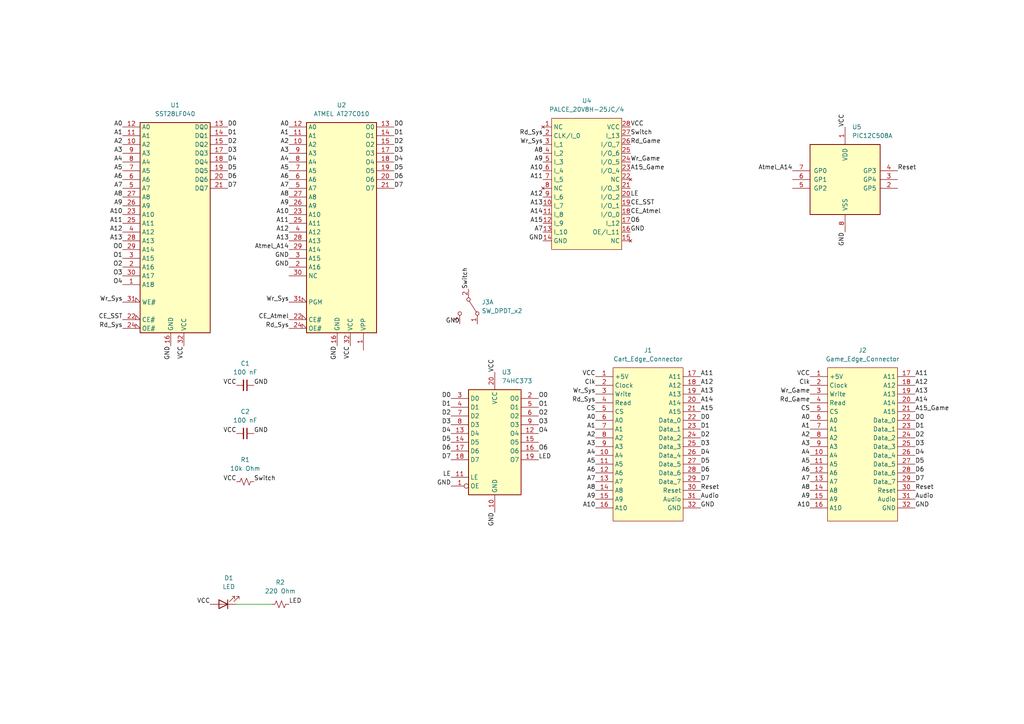
<source format=kicad_sch>
(kicad_sch
	(version 20231120)
	(generator "eeschema")
	(generator_version "8.0")
	(uuid "e63e39d7-6ac0-4ffd-8aa3-1841a4541b55")
	(paper "A4")
	(title_block
		(title "Mega Memory Card")
		(company "Interact / Datel")
		(comment 1 "Gameboy")
	)
	(lib_symbols
		(symbol "Device:C_Small"
			(pin_numbers hide)
			(pin_names
				(offset 0.254) hide)
			(exclude_from_sim no)
			(in_bom yes)
			(on_board yes)
			(property "Reference" "C"
				(at 0.254 1.778 0)
				(effects
					(font
						(size 1.27 1.27)
					)
					(justify left)
				)
			)
			(property "Value" "C_Small"
				(at 0.254 -2.032 0)
				(effects
					(font
						(size 1.27 1.27)
					)
					(justify left)
				)
			)
			(property "Footprint" ""
				(at 0 0 0)
				(effects
					(font
						(size 1.27 1.27)
					)
					(hide yes)
				)
			)
			(property "Datasheet" "~"
				(at 0 0 0)
				(effects
					(font
						(size 1.27 1.27)
					)
					(hide yes)
				)
			)
			(property "Description" "Unpolarized capacitor, small symbol"
				(at 0 0 0)
				(effects
					(font
						(size 1.27 1.27)
					)
					(hide yes)
				)
			)
			(property "ki_keywords" "capacitor cap"
				(at 0 0 0)
				(effects
					(font
						(size 1.27 1.27)
					)
					(hide yes)
				)
			)
			(property "ki_fp_filters" "C_*"
				(at 0 0 0)
				(effects
					(font
						(size 1.27 1.27)
					)
					(hide yes)
				)
			)
			(symbol "C_Small_0_1"
				(polyline
					(pts
						(xy -1.524 -0.508) (xy 1.524 -0.508)
					)
					(stroke
						(width 0.3302)
						(type default)
					)
					(fill
						(type none)
					)
				)
				(polyline
					(pts
						(xy -1.524 0.508) (xy 1.524 0.508)
					)
					(stroke
						(width 0.3048)
						(type default)
					)
					(fill
						(type none)
					)
				)
			)
			(symbol "C_Small_1_1"
				(pin passive line
					(at 0 2.54 270)
					(length 2.032)
					(name "~"
						(effects
							(font
								(size 1.27 1.27)
							)
						)
					)
					(number "1"
						(effects
							(font
								(size 1.27 1.27)
							)
						)
					)
				)
				(pin passive line
					(at 0 -2.54 90)
					(length 2.032)
					(name "~"
						(effects
							(font
								(size 1.27 1.27)
							)
						)
					)
					(number "2"
						(effects
							(font
								(size 1.27 1.27)
							)
						)
					)
				)
			)
		)
		(symbol "Device:LED"
			(pin_numbers hide)
			(pin_names
				(offset 1.016) hide)
			(exclude_from_sim no)
			(in_bom yes)
			(on_board yes)
			(property "Reference" "D"
				(at 0 2.54 0)
				(effects
					(font
						(size 1.27 1.27)
					)
				)
			)
			(property "Value" "LED"
				(at 0 -2.54 0)
				(effects
					(font
						(size 1.27 1.27)
					)
				)
			)
			(property "Footprint" ""
				(at 0 0 0)
				(effects
					(font
						(size 1.27 1.27)
					)
					(hide yes)
				)
			)
			(property "Datasheet" "~"
				(at 0 0 0)
				(effects
					(font
						(size 1.27 1.27)
					)
					(hide yes)
				)
			)
			(property "Description" "Light emitting diode"
				(at 0 0 0)
				(effects
					(font
						(size 1.27 1.27)
					)
					(hide yes)
				)
			)
			(property "ki_keywords" "LED diode"
				(at 0 0 0)
				(effects
					(font
						(size 1.27 1.27)
					)
					(hide yes)
				)
			)
			(property "ki_fp_filters" "LED* LED_SMD:* LED_THT:*"
				(at 0 0 0)
				(effects
					(font
						(size 1.27 1.27)
					)
					(hide yes)
				)
			)
			(symbol "LED_0_1"
				(polyline
					(pts
						(xy -1.27 -1.27) (xy -1.27 1.27)
					)
					(stroke
						(width 0.254)
						(type default)
					)
					(fill
						(type none)
					)
				)
				(polyline
					(pts
						(xy -1.27 0) (xy 1.27 0)
					)
					(stroke
						(width 0)
						(type default)
					)
					(fill
						(type none)
					)
				)
				(polyline
					(pts
						(xy 1.27 -1.27) (xy 1.27 1.27) (xy -1.27 0) (xy 1.27 -1.27)
					)
					(stroke
						(width 0.254)
						(type default)
					)
					(fill
						(type none)
					)
				)
				(polyline
					(pts
						(xy -3.048 -0.762) (xy -4.572 -2.286) (xy -3.81 -2.286) (xy -4.572 -2.286) (xy -4.572 -1.524)
					)
					(stroke
						(width 0)
						(type default)
					)
					(fill
						(type none)
					)
				)
				(polyline
					(pts
						(xy -1.778 -0.762) (xy -3.302 -2.286) (xy -2.54 -2.286) (xy -3.302 -2.286) (xy -3.302 -1.524)
					)
					(stroke
						(width 0)
						(type default)
					)
					(fill
						(type none)
					)
				)
			)
			(symbol "LED_1_1"
				(pin passive line
					(at -3.81 0 0)
					(length 2.54)
					(name "K"
						(effects
							(font
								(size 1.27 1.27)
							)
						)
					)
					(number "1"
						(effects
							(font
								(size 1.27 1.27)
							)
						)
					)
				)
				(pin passive line
					(at 3.81 0 180)
					(length 2.54)
					(name "A"
						(effects
							(font
								(size 1.27 1.27)
							)
						)
					)
					(number "2"
						(effects
							(font
								(size 1.27 1.27)
							)
						)
					)
				)
			)
		)
		(symbol "Device:R_Small_US"
			(pin_numbers hide)
			(pin_names
				(offset 0.254) hide)
			(exclude_from_sim no)
			(in_bom yes)
			(on_board yes)
			(property "Reference" "R"
				(at 0.762 0.508 0)
				(effects
					(font
						(size 1.27 1.27)
					)
					(justify left)
				)
			)
			(property "Value" "R_Small_US"
				(at 0.762 -1.016 0)
				(effects
					(font
						(size 1.27 1.27)
					)
					(justify left)
				)
			)
			(property "Footprint" ""
				(at 0 0 0)
				(effects
					(font
						(size 1.27 1.27)
					)
					(hide yes)
				)
			)
			(property "Datasheet" "~"
				(at 0 0 0)
				(effects
					(font
						(size 1.27 1.27)
					)
					(hide yes)
				)
			)
			(property "Description" "Resistor, small US symbol"
				(at 0 0 0)
				(effects
					(font
						(size 1.27 1.27)
					)
					(hide yes)
				)
			)
			(property "ki_keywords" "r resistor"
				(at 0 0 0)
				(effects
					(font
						(size 1.27 1.27)
					)
					(hide yes)
				)
			)
			(property "ki_fp_filters" "R_*"
				(at 0 0 0)
				(effects
					(font
						(size 1.27 1.27)
					)
					(hide yes)
				)
			)
			(symbol "R_Small_US_1_1"
				(polyline
					(pts
						(xy 0 0) (xy 1.016 -0.381) (xy 0 -0.762) (xy -1.016 -1.143) (xy 0 -1.524)
					)
					(stroke
						(width 0)
						(type default)
					)
					(fill
						(type none)
					)
				)
				(polyline
					(pts
						(xy 0 1.524) (xy 1.016 1.143) (xy 0 0.762) (xy -1.016 0.381) (xy 0 0)
					)
					(stroke
						(width 0)
						(type default)
					)
					(fill
						(type none)
					)
				)
				(pin passive line
					(at 0 2.54 270)
					(length 1.016)
					(name "~"
						(effects
							(font
								(size 1.27 1.27)
							)
						)
					)
					(number "1"
						(effects
							(font
								(size 1.27 1.27)
							)
						)
					)
				)
				(pin passive line
					(at 0 -2.54 90)
					(length 1.016)
					(name "~"
						(effects
							(font
								(size 1.27 1.27)
							)
						)
					)
					(number "2"
						(effects
							(font
								(size 1.27 1.27)
							)
						)
					)
				)
			)
		)
		(symbol "Gameboy:74HC373"
			(exclude_from_sim no)
			(in_bom yes)
			(on_board yes)
			(property "Reference" "U5"
				(at 2.0194 20.32 0)
				(effects
					(font
						(size 1.27 1.27)
					)
					(justify left)
				)
			)
			(property "Value" "74HC373"
				(at 2.0194 17.78 0)
				(effects
					(font
						(size 1.27 1.27)
					)
					(justify left)
				)
			)
			(property "Footprint" "REF1326:74HC373"
				(at 0 0 0)
				(effects
					(font
						(size 1.27 1.27)
					)
					(hide yes)
				)
			)
			(property "Datasheet" "https://www.ti.com/lit/ds/symlink/cd54hc373.pdf"
				(at 0 0 0)
				(effects
					(font
						(size 1.27 1.27)
					)
					(hide yes)
				)
			)
			(property "Description" "8-bit Latch, 3-state outputs"
				(at 0 0 0)
				(effects
					(font
						(size 1.27 1.27)
					)
					(hide yes)
				)
			)
			(property "ki_keywords" "HCMOS REG DFF DFF8 LATCH"
				(at 0 0 0)
				(effects
					(font
						(size 1.27 1.27)
					)
					(hide yes)
				)
			)
			(property "ki_fp_filters" "DIP?20* SOIC?20* SO?20* SSOP?20* TSSOP?20*"
				(at 0 0 0)
				(effects
					(font
						(size 1.27 1.27)
					)
					(hide yes)
				)
			)
			(symbol "74HC373_1_0"
				(pin input inverted
					(at -12.7 -12.7 0)
					(length 5.08)
					(name "OE"
						(effects
							(font
								(size 1.27 1.27)
							)
						)
					)
					(number "1"
						(effects
							(font
								(size 1.27 1.27)
							)
						)
					)
				)
				(pin power_in line
					(at 0 -20.32 90)
					(length 5.08)
					(name "GND"
						(effects
							(font
								(size 1.27 1.27)
							)
						)
					)
					(number "10"
						(effects
							(font
								(size 1.27 1.27)
							)
						)
					)
				)
				(pin input line
					(at -12.7 -10.16 0)
					(length 5.08)
					(name "LE"
						(effects
							(font
								(size 1.27 1.27)
							)
						)
					)
					(number "11"
						(effects
							(font
								(size 1.27 1.27)
							)
						)
					)
				)
				(pin tri_state line
					(at 12.7 2.54 180)
					(length 5.08)
					(name "O4"
						(effects
							(font
								(size 1.27 1.27)
							)
						)
					)
					(number "12"
						(effects
							(font
								(size 1.27 1.27)
							)
						)
					)
				)
				(pin input line
					(at -12.7 2.54 0)
					(length 5.08)
					(name "D4"
						(effects
							(font
								(size 1.27 1.27)
							)
						)
					)
					(number "13"
						(effects
							(font
								(size 1.27 1.27)
							)
						)
					)
				)
				(pin input line
					(at -12.7 0 0)
					(length 5.08)
					(name "D5"
						(effects
							(font
								(size 1.27 1.27)
							)
						)
					)
					(number "14"
						(effects
							(font
								(size 1.27 1.27)
							)
						)
					)
				)
				(pin tri_state line
					(at 12.7 0 180)
					(length 5.08)
					(name "O5"
						(effects
							(font
								(size 1.27 1.27)
							)
						)
					)
					(number "15"
						(effects
							(font
								(size 1.27 1.27)
							)
						)
					)
				)
				(pin tri_state line
					(at 12.7 -2.54 180)
					(length 5.08)
					(name "O6"
						(effects
							(font
								(size 1.27 1.27)
							)
						)
					)
					(number "16"
						(effects
							(font
								(size 1.27 1.27)
							)
						)
					)
				)
				(pin input line
					(at -12.7 -2.54 0)
					(length 5.08)
					(name "D6"
						(effects
							(font
								(size 1.27 1.27)
							)
						)
					)
					(number "17"
						(effects
							(font
								(size 1.27 1.27)
							)
						)
					)
				)
				(pin input line
					(at -12.7 -5.08 0)
					(length 5.08)
					(name "D7"
						(effects
							(font
								(size 1.27 1.27)
							)
						)
					)
					(number "18"
						(effects
							(font
								(size 1.27 1.27)
							)
						)
					)
				)
				(pin tri_state line
					(at 12.7 -5.08 180)
					(length 5.08)
					(name "O7"
						(effects
							(font
								(size 1.27 1.27)
							)
						)
					)
					(number "19"
						(effects
							(font
								(size 1.27 1.27)
							)
						)
					)
				)
				(pin tri_state line
					(at 12.7 12.7 180)
					(length 5.08)
					(name "O0"
						(effects
							(font
								(size 1.27 1.27)
							)
						)
					)
					(number "2"
						(effects
							(font
								(size 1.27 1.27)
							)
						)
					)
				)
				(pin power_in line
					(at 0 20.32 270)
					(length 5.08)
					(name "VCC"
						(effects
							(font
								(size 1.27 1.27)
							)
						)
					)
					(number "20"
						(effects
							(font
								(size 1.27 1.27)
							)
						)
					)
				)
				(pin input line
					(at -12.7 12.7 0)
					(length 5.08)
					(name "D0"
						(effects
							(font
								(size 1.27 1.27)
							)
						)
					)
					(number "3"
						(effects
							(font
								(size 1.27 1.27)
							)
						)
					)
				)
				(pin input line
					(at -12.7 10.16 0)
					(length 5.08)
					(name "D1"
						(effects
							(font
								(size 1.27 1.27)
							)
						)
					)
					(number "4"
						(effects
							(font
								(size 1.27 1.27)
							)
						)
					)
				)
				(pin tri_state line
					(at 12.7 10.16 180)
					(length 5.08)
					(name "O1"
						(effects
							(font
								(size 1.27 1.27)
							)
						)
					)
					(number "5"
						(effects
							(font
								(size 1.27 1.27)
							)
						)
					)
				)
				(pin tri_state line
					(at 12.7 7.62 180)
					(length 5.08)
					(name "O2"
						(effects
							(font
								(size 1.27 1.27)
							)
						)
					)
					(number "6"
						(effects
							(font
								(size 1.27 1.27)
							)
						)
					)
				)
				(pin input line
					(at -12.7 7.62 0)
					(length 5.08)
					(name "D2"
						(effects
							(font
								(size 1.27 1.27)
							)
						)
					)
					(number "7"
						(effects
							(font
								(size 1.27 1.27)
							)
						)
					)
				)
				(pin input line
					(at -12.7 5.08 0)
					(length 5.08)
					(name "D3"
						(effects
							(font
								(size 1.27 1.27)
							)
						)
					)
					(number "8"
						(effects
							(font
								(size 1.27 1.27)
							)
						)
					)
				)
				(pin tri_state line
					(at 12.7 5.08 180)
					(length 5.08)
					(name "O3"
						(effects
							(font
								(size 1.27 1.27)
							)
						)
					)
					(number "9"
						(effects
							(font
								(size 1.27 1.27)
							)
						)
					)
				)
			)
			(symbol "74HC373_1_1"
				(rectangle
					(start -7.62 15.24)
					(end 7.62 -15.24)
					(stroke
						(width 0.254)
						(type default)
					)
					(fill
						(type background)
					)
				)
			)
		)
		(symbol "Gameboy:Cart_Edge_Connector"
			(exclude_from_sim no)
			(in_bom yes)
			(on_board yes)
			(property "Reference" "J1"
				(at 0 15.24 0)
				(effects
					(font
						(size 1.27 1.27)
					)
				)
			)
			(property "Value" "Cart_Edge_Connector"
				(at 0 12.7 0)
				(effects
					(font
						(size 1.27 1.27)
					)
				)
			)
			(property "Footprint" "GBA:ACTUAL GAMEBOY EDGE CONNECTOR"
				(at 0 0 0)
				(effects
					(font
						(size 1.27 1.27)
					)
					(hide yes)
				)
			)
			(property "Datasheet" ""
				(at 0 0 0)
				(effects
					(font
						(size 1.27 1.27)
					)
					(hide yes)
				)
			)
			(property "Description" ""
				(at 0 0 0)
				(effects
					(font
						(size 1.27 1.27)
					)
					(hide yes)
				)
			)
			(symbol "Cart_Edge_Connector_1_1"
				(rectangle
					(start -10.16 10.16)
					(end 10.16 -34.29)
					(stroke
						(width 0)
						(type default)
					)
					(fill
						(type background)
					)
				)
				(pin power_in line
					(at -15.24 7.62 0)
					(length 5.08)
					(name "+5V"
						(effects
							(font
								(size 1.27 1.27)
							)
						)
					)
					(number "1"
						(effects
							(font
								(size 1.27 1.27)
							)
						)
					)
				)
				(pin bidirectional line
					(at -15.24 -15.24 0)
					(length 5.08)
					(name "A4"
						(effects
							(font
								(size 1.27 1.27)
							)
						)
					)
					(number "10"
						(effects
							(font
								(size 1.27 1.27)
							)
						)
					)
				)
				(pin bidirectional line
					(at -15.24 -17.78 0)
					(length 5.08)
					(name "A5"
						(effects
							(font
								(size 1.27 1.27)
							)
						)
					)
					(number "11"
						(effects
							(font
								(size 1.27 1.27)
							)
						)
					)
				)
				(pin bidirectional line
					(at -15.24 -20.32 0)
					(length 5.08)
					(name "A6"
						(effects
							(font
								(size 1.27 1.27)
							)
						)
					)
					(number "12"
						(effects
							(font
								(size 1.27 1.27)
							)
						)
					)
				)
				(pin bidirectional line
					(at -15.24 -22.86 0)
					(length 5.08)
					(name "A7"
						(effects
							(font
								(size 1.27 1.27)
							)
						)
					)
					(number "13"
						(effects
							(font
								(size 1.27 1.27)
							)
						)
					)
				)
				(pin bidirectional line
					(at -15.24 -25.4 0)
					(length 5.08)
					(name "A8"
						(effects
							(font
								(size 1.27 1.27)
							)
						)
					)
					(number "14"
						(effects
							(font
								(size 1.27 1.27)
							)
						)
					)
				)
				(pin bidirectional line
					(at -15.24 -27.94 0)
					(length 5.08)
					(name "A9"
						(effects
							(font
								(size 1.27 1.27)
							)
						)
					)
					(number "15"
						(effects
							(font
								(size 1.27 1.27)
							)
						)
					)
				)
				(pin bidirectional line
					(at -15.24 -30.48 0)
					(length 5.08)
					(name "A10"
						(effects
							(font
								(size 1.27 1.27)
							)
						)
					)
					(number "16"
						(effects
							(font
								(size 1.27 1.27)
							)
						)
					)
				)
				(pin bidirectional line
					(at 15.24 7.62 180)
					(length 5.08)
					(name "A11"
						(effects
							(font
								(size 1.27 1.27)
							)
						)
					)
					(number "17"
						(effects
							(font
								(size 1.27 1.27)
							)
						)
					)
				)
				(pin bidirectional line
					(at 15.24 5.08 180)
					(length 5.08)
					(name "A12"
						(effects
							(font
								(size 1.27 1.27)
							)
						)
					)
					(number "18"
						(effects
							(font
								(size 1.27 1.27)
							)
						)
					)
				)
				(pin bidirectional line
					(at 15.24 2.54 180)
					(length 5.08)
					(name "A13"
						(effects
							(font
								(size 1.27 1.27)
							)
						)
					)
					(number "19"
						(effects
							(font
								(size 1.27 1.27)
							)
						)
					)
				)
				(pin bidirectional line
					(at -15.24 5.08 0)
					(length 5.08)
					(name "Clock"
						(effects
							(font
								(size 1.27 1.27)
							)
						)
					)
					(number "2"
						(effects
							(font
								(size 1.27 1.27)
							)
						)
					)
				)
				(pin bidirectional line
					(at 15.24 0 180)
					(length 5.08)
					(name "A14"
						(effects
							(font
								(size 1.27 1.27)
							)
						)
					)
					(number "20"
						(effects
							(font
								(size 1.27 1.27)
							)
						)
					)
				)
				(pin bidirectional line
					(at 15.24 -2.54 180)
					(length 5.08)
					(name "A15"
						(effects
							(font
								(size 1.27 1.27)
							)
						)
					)
					(number "21"
						(effects
							(font
								(size 1.27 1.27)
							)
						)
					)
				)
				(pin bidirectional line
					(at 15.24 -5.08 180)
					(length 5.08)
					(name "Data_0"
						(effects
							(font
								(size 1.27 1.27)
							)
						)
					)
					(number "22"
						(effects
							(font
								(size 1.27 1.27)
							)
						)
					)
				)
				(pin bidirectional line
					(at 15.24 -7.62 180)
					(length 5.08)
					(name "Data_1"
						(effects
							(font
								(size 1.27 1.27)
							)
						)
					)
					(number "23"
						(effects
							(font
								(size 1.27 1.27)
							)
						)
					)
				)
				(pin bidirectional line
					(at 15.24 -10.16 180)
					(length 5.08)
					(name "Data_2"
						(effects
							(font
								(size 1.27 1.27)
							)
						)
					)
					(number "24"
						(effects
							(font
								(size 1.27 1.27)
							)
						)
					)
				)
				(pin bidirectional line
					(at 15.24 -12.7 180)
					(length 5.08)
					(name "Data_3"
						(effects
							(font
								(size 1.27 1.27)
							)
						)
					)
					(number "25"
						(effects
							(font
								(size 1.27 1.27)
							)
						)
					)
				)
				(pin bidirectional line
					(at 15.24 -15.24 180)
					(length 5.08)
					(name "Data_4"
						(effects
							(font
								(size 1.27 1.27)
							)
						)
					)
					(number "26"
						(effects
							(font
								(size 1.27 1.27)
							)
						)
					)
				)
				(pin bidirectional line
					(at 15.24 -17.78 180)
					(length 5.08)
					(name "Data_5"
						(effects
							(font
								(size 1.27 1.27)
							)
						)
					)
					(number "27"
						(effects
							(font
								(size 1.27 1.27)
							)
						)
					)
				)
				(pin bidirectional line
					(at 15.24 -20.32 180)
					(length 5.08)
					(name "Data_6"
						(effects
							(font
								(size 1.27 1.27)
							)
						)
					)
					(number "28"
						(effects
							(font
								(size 1.27 1.27)
							)
						)
					)
				)
				(pin bidirectional line
					(at 15.24 -22.86 180)
					(length 5.08)
					(name "Data_7"
						(effects
							(font
								(size 1.27 1.27)
							)
						)
					)
					(number "29"
						(effects
							(font
								(size 1.27 1.27)
							)
						)
					)
				)
				(pin bidirectional line
					(at -15.24 2.54 0)
					(length 5.08)
					(name "Write"
						(effects
							(font
								(size 1.27 1.27)
							)
						)
					)
					(number "3"
						(effects
							(font
								(size 1.27 1.27)
							)
						)
					)
				)
				(pin bidirectional line
					(at 15.24 -25.4 180)
					(length 5.08)
					(name "Reset"
						(effects
							(font
								(size 1.27 1.27)
							)
						)
					)
					(number "30"
						(effects
							(font
								(size 1.27 1.27)
							)
						)
					)
				)
				(pin bidirectional line
					(at 15.24 -27.94 180)
					(length 5.08)
					(name "Audio"
						(effects
							(font
								(size 1.27 1.27)
							)
						)
					)
					(number "31"
						(effects
							(font
								(size 1.27 1.27)
							)
						)
					)
				)
				(pin bidirectional line
					(at 15.24 -30.48 180)
					(length 5.08)
					(name "GND"
						(effects
							(font
								(size 1.27 1.27)
							)
						)
					)
					(number "32"
						(effects
							(font
								(size 1.27 1.27)
							)
						)
					)
				)
				(pin bidirectional line
					(at -15.24 0 0)
					(length 5.08)
					(name "Read"
						(effects
							(font
								(size 1.27 1.27)
							)
						)
					)
					(number "4"
						(effects
							(font
								(size 1.27 1.27)
							)
						)
					)
				)
				(pin bidirectional line
					(at -15.24 -2.54 0)
					(length 5.08)
					(name "CS"
						(effects
							(font
								(size 1.27 1.27)
							)
						)
					)
					(number "5"
						(effects
							(font
								(size 1.27 1.27)
							)
						)
					)
				)
				(pin bidirectional line
					(at -15.24 -5.08 0)
					(length 5.08)
					(name "A0"
						(effects
							(font
								(size 1.27 1.27)
							)
						)
					)
					(number "6"
						(effects
							(font
								(size 1.27 1.27)
							)
						)
					)
				)
				(pin bidirectional line
					(at -15.24 -7.62 0)
					(length 5.08)
					(name "A1"
						(effects
							(font
								(size 1.27 1.27)
							)
						)
					)
					(number "7"
						(effects
							(font
								(size 1.27 1.27)
							)
						)
					)
				)
				(pin bidirectional line
					(at -15.24 -10.16 0)
					(length 5.08)
					(name "A2"
						(effects
							(font
								(size 1.27 1.27)
							)
						)
					)
					(number "8"
						(effects
							(font
								(size 1.27 1.27)
							)
						)
					)
				)
				(pin bidirectional line
					(at -15.24 -12.7 0)
					(length 5.08)
					(name "A3"
						(effects
							(font
								(size 1.27 1.27)
							)
						)
					)
					(number "9"
						(effects
							(font
								(size 1.27 1.27)
							)
						)
					)
				)
			)
		)
		(symbol "Gameboy:Game_Edge_Connector"
			(exclude_from_sim no)
			(in_bom yes)
			(on_board yes)
			(property "Reference" "J2"
				(at 0 15.24 0)
				(effects
					(font
						(size 1.27 1.27)
					)
				)
			)
			(property "Value" "Game_Edge_Connector"
				(at 0 12.7 0)
				(effects
					(font
						(size 1.27 1.27)
					)
				)
			)
			(property "Footprint" "Gameboy:Cartridge Slot, GBC"
				(at 0 0 0)
				(effects
					(font
						(size 1.27 1.27)
					)
					(hide yes)
				)
			)
			(property "Datasheet" ""
				(at 0 0 0)
				(effects
					(font
						(size 1.27 1.27)
					)
					(hide yes)
				)
			)
			(property "Description" ""
				(at 0 0 0)
				(effects
					(font
						(size 1.27 1.27)
					)
					(hide yes)
				)
			)
			(symbol "Game_Edge_Connector_1_1"
				(rectangle
					(start -10.16 10.16)
					(end 10.16 -34.29)
					(stroke
						(width 0)
						(type default)
					)
					(fill
						(type background)
					)
				)
				(pin power_in line
					(at -15.24 7.62 0)
					(length 5.08)
					(name "+5V"
						(effects
							(font
								(size 1.27 1.27)
							)
						)
					)
					(number "1"
						(effects
							(font
								(size 1.27 1.27)
							)
						)
					)
				)
				(pin bidirectional line
					(at -15.24 -15.24 0)
					(length 5.08)
					(name "A4"
						(effects
							(font
								(size 1.27 1.27)
							)
						)
					)
					(number "10"
						(effects
							(font
								(size 1.27 1.27)
							)
						)
					)
				)
				(pin bidirectional line
					(at -15.24 -17.78 0)
					(length 5.08)
					(name "A5"
						(effects
							(font
								(size 1.27 1.27)
							)
						)
					)
					(number "11"
						(effects
							(font
								(size 1.27 1.27)
							)
						)
					)
				)
				(pin bidirectional line
					(at -15.24 -20.32 0)
					(length 5.08)
					(name "A6"
						(effects
							(font
								(size 1.27 1.27)
							)
						)
					)
					(number "12"
						(effects
							(font
								(size 1.27 1.27)
							)
						)
					)
				)
				(pin bidirectional line
					(at -15.24 -22.86 0)
					(length 5.08)
					(name "A7"
						(effects
							(font
								(size 1.27 1.27)
							)
						)
					)
					(number "13"
						(effects
							(font
								(size 1.27 1.27)
							)
						)
					)
				)
				(pin bidirectional line
					(at -15.24 -25.4 0)
					(length 5.08)
					(name "A8"
						(effects
							(font
								(size 1.27 1.27)
							)
						)
					)
					(number "14"
						(effects
							(font
								(size 1.27 1.27)
							)
						)
					)
				)
				(pin bidirectional line
					(at -15.24 -27.94 0)
					(length 5.08)
					(name "A9"
						(effects
							(font
								(size 1.27 1.27)
							)
						)
					)
					(number "15"
						(effects
							(font
								(size 1.27 1.27)
							)
						)
					)
				)
				(pin bidirectional line
					(at -15.24 -30.48 0)
					(length 5.08)
					(name "A10"
						(effects
							(font
								(size 1.27 1.27)
							)
						)
					)
					(number "16"
						(effects
							(font
								(size 1.27 1.27)
							)
						)
					)
				)
				(pin bidirectional line
					(at 15.24 7.62 180)
					(length 5.08)
					(name "A11"
						(effects
							(font
								(size 1.27 1.27)
							)
						)
					)
					(number "17"
						(effects
							(font
								(size 1.27 1.27)
							)
						)
					)
				)
				(pin bidirectional line
					(at 15.24 5.08 180)
					(length 5.08)
					(name "A12"
						(effects
							(font
								(size 1.27 1.27)
							)
						)
					)
					(number "18"
						(effects
							(font
								(size 1.27 1.27)
							)
						)
					)
				)
				(pin bidirectional line
					(at 15.24 2.54 180)
					(length 5.08)
					(name "A13"
						(effects
							(font
								(size 1.27 1.27)
							)
						)
					)
					(number "19"
						(effects
							(font
								(size 1.27 1.27)
							)
						)
					)
				)
				(pin bidirectional line
					(at -15.24 5.08 0)
					(length 5.08)
					(name "Clock"
						(effects
							(font
								(size 1.27 1.27)
							)
						)
					)
					(number "2"
						(effects
							(font
								(size 1.27 1.27)
							)
						)
					)
				)
				(pin bidirectional line
					(at 15.24 0 180)
					(length 5.08)
					(name "A14"
						(effects
							(font
								(size 1.27 1.27)
							)
						)
					)
					(number "20"
						(effects
							(font
								(size 1.27 1.27)
							)
						)
					)
				)
				(pin bidirectional line
					(at 15.24 -2.54 180)
					(length 5.08)
					(name "A15"
						(effects
							(font
								(size 1.27 1.27)
							)
						)
					)
					(number "21"
						(effects
							(font
								(size 1.27 1.27)
							)
						)
					)
				)
				(pin bidirectional line
					(at 15.24 -5.08 180)
					(length 5.08)
					(name "Data_0"
						(effects
							(font
								(size 1.27 1.27)
							)
						)
					)
					(number "22"
						(effects
							(font
								(size 1.27 1.27)
							)
						)
					)
				)
				(pin bidirectional line
					(at 15.24 -7.62 180)
					(length 5.08)
					(name "Data_1"
						(effects
							(font
								(size 1.27 1.27)
							)
						)
					)
					(number "23"
						(effects
							(font
								(size 1.27 1.27)
							)
						)
					)
				)
				(pin bidirectional line
					(at 15.24 -10.16 180)
					(length 5.08)
					(name "Data_2"
						(effects
							(font
								(size 1.27 1.27)
							)
						)
					)
					(number "24"
						(effects
							(font
								(size 1.27 1.27)
							)
						)
					)
				)
				(pin bidirectional line
					(at 15.24 -12.7 180)
					(length 5.08)
					(name "Data_3"
						(effects
							(font
								(size 1.27 1.27)
							)
						)
					)
					(number "25"
						(effects
							(font
								(size 1.27 1.27)
							)
						)
					)
				)
				(pin bidirectional line
					(at 15.24 -15.24 180)
					(length 5.08)
					(name "Data_4"
						(effects
							(font
								(size 1.27 1.27)
							)
						)
					)
					(number "26"
						(effects
							(font
								(size 1.27 1.27)
							)
						)
					)
				)
				(pin bidirectional line
					(at 15.24 -17.78 180)
					(length 5.08)
					(name "Data_5"
						(effects
							(font
								(size 1.27 1.27)
							)
						)
					)
					(number "27"
						(effects
							(font
								(size 1.27 1.27)
							)
						)
					)
				)
				(pin bidirectional line
					(at 15.24 -20.32 180)
					(length 5.08)
					(name "Data_6"
						(effects
							(font
								(size 1.27 1.27)
							)
						)
					)
					(number "28"
						(effects
							(font
								(size 1.27 1.27)
							)
						)
					)
				)
				(pin bidirectional line
					(at 15.24 -22.86 180)
					(length 5.08)
					(name "Data_7"
						(effects
							(font
								(size 1.27 1.27)
							)
						)
					)
					(number "29"
						(effects
							(font
								(size 1.27 1.27)
							)
						)
					)
				)
				(pin bidirectional line
					(at -15.24 2.54 0)
					(length 5.08)
					(name "Write"
						(effects
							(font
								(size 1.27 1.27)
							)
						)
					)
					(number "3"
						(effects
							(font
								(size 1.27 1.27)
							)
						)
					)
				)
				(pin bidirectional line
					(at 15.24 -25.4 180)
					(length 5.08)
					(name "Reset"
						(effects
							(font
								(size 1.27 1.27)
							)
						)
					)
					(number "30"
						(effects
							(font
								(size 1.27 1.27)
							)
						)
					)
				)
				(pin bidirectional line
					(at 15.24 -27.94 180)
					(length 5.08)
					(name "Audio"
						(effects
							(font
								(size 1.27 1.27)
							)
						)
					)
					(number "31"
						(effects
							(font
								(size 1.27 1.27)
							)
						)
					)
				)
				(pin bidirectional line
					(at 15.24 -30.48 180)
					(length 5.08)
					(name "GND"
						(effects
							(font
								(size 1.27 1.27)
							)
						)
					)
					(number "32"
						(effects
							(font
								(size 1.27 1.27)
							)
						)
					)
				)
				(pin bidirectional line
					(at -15.24 0 0)
					(length 5.08)
					(name "Read"
						(effects
							(font
								(size 1.27 1.27)
							)
						)
					)
					(number "4"
						(effects
							(font
								(size 1.27 1.27)
							)
						)
					)
				)
				(pin bidirectional line
					(at -15.24 -2.54 0)
					(length 5.08)
					(name "CS"
						(effects
							(font
								(size 1.27 1.27)
							)
						)
					)
					(number "5"
						(effects
							(font
								(size 1.27 1.27)
							)
						)
					)
				)
				(pin bidirectional line
					(at -15.24 -5.08 0)
					(length 5.08)
					(name "A0"
						(effects
							(font
								(size 1.27 1.27)
							)
						)
					)
					(number "6"
						(effects
							(font
								(size 1.27 1.27)
							)
						)
					)
				)
				(pin bidirectional line
					(at -15.24 -7.62 0)
					(length 5.08)
					(name "A1"
						(effects
							(font
								(size 1.27 1.27)
							)
						)
					)
					(number "7"
						(effects
							(font
								(size 1.27 1.27)
							)
						)
					)
				)
				(pin bidirectional line
					(at -15.24 -10.16 0)
					(length 5.08)
					(name "A2"
						(effects
							(font
								(size 1.27 1.27)
							)
						)
					)
					(number "8"
						(effects
							(font
								(size 1.27 1.27)
							)
						)
					)
				)
				(pin bidirectional line
					(at -15.24 -12.7 0)
					(length 5.08)
					(name "A3"
						(effects
							(font
								(size 1.27 1.27)
							)
						)
					)
					(number "9"
						(effects
							(font
								(size 1.27 1.27)
							)
						)
					)
				)
			)
		)
		(symbol "Gameboy:PALCE_20V8H-25JC/4"
			(exclude_from_sim no)
			(in_bom yes)
			(on_board yes)
			(property "Reference" "U4"
				(at 0 20.32 0)
				(effects
					(font
						(size 1.27 1.27)
					)
				)
			)
			(property "Value" "PALCE_20V8H-25JC/4"
				(at 0 17.78 0)
				(effects
					(font
						(size 1.27 1.27)
					)
				)
			)
			(property "Footprint" "Gameboy:PALCE 20V8H-25JC-4"
				(at 0 0 0)
				(effects
					(font
						(size 1.27 1.27)
					)
					(hide yes)
				)
			)
			(property "Datasheet" ""
				(at 0 0 0)
				(effects
					(font
						(size 1.27 1.27)
					)
					(hide yes)
				)
			)
			(property "Description" ""
				(at 0 0 0)
				(effects
					(font
						(size 1.27 1.27)
					)
					(hide yes)
				)
			)
			(symbol "PALCE_20V8H-25JC/4_1_0"
				(rectangle
					(start -10.16 15.24)
					(end 10.16 -22.86)
					(stroke
						(width 0)
						(type default)
					)
					(fill
						(type background)
					)
				)
			)
			(symbol "PALCE_20V8H-25JC/4_1_1"
				(pin no_connect line
					(at -12.7 12.7 0)
					(length 2.54)
					(name "NC"
						(effects
							(font
								(size 1.27 1.27)
							)
						)
					)
					(number "1"
						(effects
							(font
								(size 1.27 1.27)
							)
						)
					)
				)
				(pin bidirectional line
					(at -12.7 -10.16 0)
					(length 2.54)
					(name "I_7"
						(effects
							(font
								(size 1.27 1.27)
							)
						)
					)
					(number "10"
						(effects
							(font
								(size 1.27 1.27)
							)
						)
					)
				)
				(pin bidirectional line
					(at -12.7 -12.7 0)
					(length 2.54)
					(name "I_8"
						(effects
							(font
								(size 1.27 1.27)
							)
						)
					)
					(number "11"
						(effects
							(font
								(size 1.27 1.27)
							)
						)
					)
				)
				(pin bidirectional line
					(at -12.7 -15.24 0)
					(length 2.54)
					(name "I_9"
						(effects
							(font
								(size 1.27 1.27)
							)
						)
					)
					(number "12"
						(effects
							(font
								(size 1.27 1.27)
							)
						)
					)
				)
				(pin bidirectional line
					(at -12.7 -17.78 0)
					(length 2.54)
					(name "I_10"
						(effects
							(font
								(size 1.27 1.27)
							)
						)
					)
					(number "13"
						(effects
							(font
								(size 1.27 1.27)
							)
						)
					)
				)
				(pin bidirectional line
					(at -12.7 -20.32 0)
					(length 2.54)
					(name "GND"
						(effects
							(font
								(size 1.27 1.27)
							)
						)
					)
					(number "14"
						(effects
							(font
								(size 1.27 1.27)
							)
						)
					)
				)
				(pin no_connect line
					(at 12.7 -20.32 180)
					(length 2.54)
					(name "NC"
						(effects
							(font
								(size 1.27 1.27)
							)
						)
					)
					(number "15"
						(effects
							(font
								(size 1.27 1.27)
							)
						)
					)
				)
				(pin bidirectional line
					(at 12.7 -17.78 180)
					(length 2.54)
					(name "OE/I_11"
						(effects
							(font
								(size 1.27 1.27)
							)
						)
					)
					(number "16"
						(effects
							(font
								(size 1.27 1.27)
							)
						)
					)
				)
				(pin bidirectional line
					(at 12.7 -15.24 180)
					(length 2.54)
					(name "I_12"
						(effects
							(font
								(size 1.27 1.27)
							)
						)
					)
					(number "17"
						(effects
							(font
								(size 1.27 1.27)
							)
						)
					)
				)
				(pin bidirectional line
					(at 12.7 -12.7 180)
					(length 2.54)
					(name "I/O_0"
						(effects
							(font
								(size 1.27 1.27)
							)
						)
					)
					(number "18"
						(effects
							(font
								(size 1.27 1.27)
							)
						)
					)
				)
				(pin bidirectional line
					(at 12.7 -10.16 180)
					(length 2.54)
					(name "I/O_1"
						(effects
							(font
								(size 1.27 1.27)
							)
						)
					)
					(number "19"
						(effects
							(font
								(size 1.27 1.27)
							)
						)
					)
				)
				(pin bidirectional line
					(at -12.7 10.16 0)
					(length 2.54)
					(name "CLK/I_0"
						(effects
							(font
								(size 1.27 1.27)
							)
						)
					)
					(number "2"
						(effects
							(font
								(size 1.27 1.27)
							)
						)
					)
				)
				(pin bidirectional line
					(at 12.7 -7.62 180)
					(length 2.54)
					(name "I/O_2"
						(effects
							(font
								(size 1.27 1.27)
							)
						)
					)
					(number "20"
						(effects
							(font
								(size 1.27 1.27)
							)
						)
					)
				)
				(pin bidirectional line
					(at 12.7 -5.08 180)
					(length 2.54)
					(name "I/O_3"
						(effects
							(font
								(size 1.27 1.27)
							)
						)
					)
					(number "21"
						(effects
							(font
								(size 1.27 1.27)
							)
						)
					)
				)
				(pin no_connect line
					(at 12.7 -2.54 180)
					(length 2.54)
					(name "NC"
						(effects
							(font
								(size 1.27 1.27)
							)
						)
					)
					(number "22"
						(effects
							(font
								(size 1.27 1.27)
							)
						)
					)
				)
				(pin bidirectional line
					(at 12.7 0 180)
					(length 2.54)
					(name "I/O_4"
						(effects
							(font
								(size 1.27 1.27)
							)
						)
					)
					(number "23"
						(effects
							(font
								(size 1.27 1.27)
							)
						)
					)
				)
				(pin bidirectional line
					(at 12.7 2.54 180)
					(length 2.54)
					(name "I/O_5"
						(effects
							(font
								(size 1.27 1.27)
							)
						)
					)
					(number "24"
						(effects
							(font
								(size 1.27 1.27)
							)
						)
					)
				)
				(pin bidirectional line
					(at 12.7 5.08 180)
					(length 2.54)
					(name "I/O_6"
						(effects
							(font
								(size 1.27 1.27)
							)
						)
					)
					(number "25"
						(effects
							(font
								(size 1.27 1.27)
							)
						)
					)
				)
				(pin bidirectional line
					(at 12.7 7.62 180)
					(length 2.54)
					(name "I/O_7"
						(effects
							(font
								(size 1.27 1.27)
							)
						)
					)
					(number "26"
						(effects
							(font
								(size 1.27 1.27)
							)
						)
					)
				)
				(pin bidirectional line
					(at 12.7 10.16 180)
					(length 2.54)
					(name "I_13"
						(effects
							(font
								(size 1.27 1.27)
							)
						)
					)
					(number "27"
						(effects
							(font
								(size 1.27 1.27)
							)
						)
					)
				)
				(pin bidirectional line
					(at 12.7 12.7 180)
					(length 2.54)
					(name "VCC"
						(effects
							(font
								(size 1.27 1.27)
							)
						)
					)
					(number "28"
						(effects
							(font
								(size 1.27 1.27)
							)
						)
					)
				)
				(pin bidirectional line
					(at -12.7 7.62 0)
					(length 2.54)
					(name "I_1"
						(effects
							(font
								(size 1.27 1.27)
							)
						)
					)
					(number "3"
						(effects
							(font
								(size 1.27 1.27)
							)
						)
					)
				)
				(pin bidirectional line
					(at -12.7 5.08 0)
					(length 2.54)
					(name "I_2"
						(effects
							(font
								(size 1.27 1.27)
							)
						)
					)
					(number "4"
						(effects
							(font
								(size 1.27 1.27)
							)
						)
					)
				)
				(pin bidirectional line
					(at -12.7 2.54 0)
					(length 2.54)
					(name "I_3"
						(effects
							(font
								(size 1.27 1.27)
							)
						)
					)
					(number "5"
						(effects
							(font
								(size 1.27 1.27)
							)
						)
					)
				)
				(pin bidirectional line
					(at -12.7 0 0)
					(length 2.54)
					(name "I_4"
						(effects
							(font
								(size 1.27 1.27)
							)
						)
					)
					(number "6"
						(effects
							(font
								(size 1.27 1.27)
							)
						)
					)
				)
				(pin bidirectional line
					(at -12.7 -2.54 0)
					(length 2.54)
					(name "I_5"
						(effects
							(font
								(size 1.27 1.27)
							)
						)
					)
					(number "7"
						(effects
							(font
								(size 1.27 1.27)
							)
						)
					)
				)
				(pin no_connect line
					(at -12.7 -5.08 0)
					(length 2.54)
					(name "NC"
						(effects
							(font
								(size 1.27 1.27)
							)
						)
					)
					(number "8"
						(effects
							(font
								(size 1.27 1.27)
							)
						)
					)
				)
				(pin bidirectional line
					(at -12.7 -7.62 0)
					(length 2.54)
					(name "I_6"
						(effects
							(font
								(size 1.27 1.27)
							)
						)
					)
					(number "9"
						(effects
							(font
								(size 1.27 1.27)
							)
						)
					)
				)
			)
		)
		(symbol "Gameboy:PIC12C508A"
			(pin_names
				(offset 1.016)
			)
			(exclude_from_sim no)
			(in_bom yes)
			(on_board yes)
			(property "Reference" "U3"
				(at 2.0194 15.24 0)
				(effects
					(font
						(size 1.27 1.27)
					)
					(justify left)
				)
			)
			(property "Value" "PIC12C508A"
				(at 2.0194 12.7 0)
				(effects
					(font
						(size 1.27 1.27)
					)
					(justify left)
				)
			)
			(property "Footprint" "REF1326:PIC12C508A"
				(at 15.24 16.51 0)
				(effects
					(font
						(size 1.27 1.27)
					)
					(hide yes)
				)
			)
			(property "Datasheet" "http://ww1.microchip.com/downloads/en/devicedoc/40139e.pdf"
				(at 0 0 0)
				(effects
					(font
						(size 1.27 1.27)
					)
					(hide yes)
				)
			)
			(property "Description" "512W EPROM, 25B SRAM, PDIP8"
				(at 0 0 0)
				(effects
					(font
						(size 1.27 1.27)
					)
					(hide yes)
				)
			)
			(property "ki_keywords" "8-Bit CMOS Microcontroller"
				(at 0 0 0)
				(effects
					(font
						(size 1.27 1.27)
					)
					(hide yes)
				)
			)
			(property "ki_fp_filters" "DIP*W7.62mm*"
				(at 0 0 0)
				(effects
					(font
						(size 1.27 1.27)
					)
					(hide yes)
				)
			)
			(symbol "PIC12C508A_0_1"
				(rectangle
					(start 10.16 -10.16)
					(end -10.16 10.16)
					(stroke
						(width 0.254)
						(type default)
					)
					(fill
						(type background)
					)
				)
			)
			(symbol "PIC12C508A_1_1"
				(pin power_in line
					(at 0 15.24 270)
					(length 5.08)
					(name "VDD"
						(effects
							(font
								(size 1.27 1.27)
							)
						)
					)
					(number "1"
						(effects
							(font
								(size 1.27 1.27)
							)
						)
					)
				)
				(pin bidirectional line
					(at 15.24 -2.54 180)
					(length 5.08)
					(name "GP5"
						(effects
							(font
								(size 1.27 1.27)
							)
						)
					)
					(number "2"
						(effects
							(font
								(size 1.27 1.27)
							)
						)
					)
				)
				(pin bidirectional line
					(at 15.24 0 180)
					(length 5.08)
					(name "GP4"
						(effects
							(font
								(size 1.27 1.27)
							)
						)
					)
					(number "3"
						(effects
							(font
								(size 1.27 1.27)
							)
						)
					)
				)
				(pin input line
					(at 15.24 2.54 180)
					(length 5.08)
					(name "GP3"
						(effects
							(font
								(size 1.27 1.27)
							)
						)
					)
					(number "4"
						(effects
							(font
								(size 1.27 1.27)
							)
						)
					)
				)
				(pin bidirectional line
					(at -15.24 -2.54 0)
					(length 5.08)
					(name "GP2"
						(effects
							(font
								(size 1.27 1.27)
							)
						)
					)
					(number "5"
						(effects
							(font
								(size 1.27 1.27)
							)
						)
					)
				)
				(pin bidirectional line
					(at -15.24 0 0)
					(length 5.08)
					(name "GP1"
						(effects
							(font
								(size 1.27 1.27)
							)
						)
					)
					(number "6"
						(effects
							(font
								(size 1.27 1.27)
							)
						)
					)
				)
				(pin bidirectional line
					(at -15.24 2.54 0)
					(length 5.08)
					(name "GP0"
						(effects
							(font
								(size 1.27 1.27)
							)
						)
					)
					(number "7"
						(effects
							(font
								(size 1.27 1.27)
							)
						)
					)
				)
				(pin power_in line
					(at 0 -15.24 90)
					(length 5.08)
					(name "VSS"
						(effects
							(font
								(size 1.27 1.27)
							)
						)
					)
					(number "8"
						(effects
							(font
								(size 1.27 1.27)
							)
						)
					)
				)
			)
		)
		(symbol "Gameboy:SST28LF040"
			(exclude_from_sim no)
			(in_bom yes)
			(on_board yes)
			(property "Reference" "U9"
				(at 0 36.83 0)
				(effects
					(font
						(size 1.27 1.27)
					)
				)
			)
			(property "Value" "SST28LF040"
				(at 0 34.29 0)
				(effects
					(font
						(size 1.27 1.27)
					)
				)
			)
			(property "Footprint" "REF1326:SST 28SF040"
				(at 0 7.62 0)
				(effects
					(font
						(size 1.27 1.27)
					)
					(hide yes)
				)
			)
			(property "Datasheet" ""
				(at -40.64 41.91 0)
				(effects
					(font
						(size 1.27 1.27)
					)
					(hide yes)
				)
			)
			(property "Description" "Silicon Storage Technology (SSF) 512k x 8 Flash ROM"
				(at 0 0 0)
				(effects
					(font
						(size 1.27 1.27)
					)
					(hide yes)
				)
			)
			(property "ki_keywords" "512k flash rom"
				(at 0 0 0)
				(effects
					(font
						(size 1.27 1.27)
					)
					(hide yes)
				)
			)
			(symbol "SST28LF040_0_1"
				(rectangle
					(start -10.16 31.75)
					(end 10.16 -29.21)
					(stroke
						(width 0.254)
						(type default)
					)
					(fill
						(type background)
					)
				)
			)
			(symbol "SST28LF040_1_1"
				(pin input line
					(at -15.24 -15.24 0)
					(length 5.08)
					(name "A18"
						(effects
							(font
								(size 1.27 1.27)
							)
						)
					)
					(number "1"
						(effects
							(font
								(size 1.27 1.27)
							)
						)
					)
				)
				(pin input line
					(at -15.24 25.4 0)
					(length 5.08)
					(name "A2"
						(effects
							(font
								(size 1.27 1.27)
							)
						)
					)
					(number "10"
						(effects
							(font
								(size 1.27 1.27)
							)
						)
					)
				)
				(pin input line
					(at -15.24 27.94 0)
					(length 5.08)
					(name "A1"
						(effects
							(font
								(size 1.27 1.27)
							)
						)
					)
					(number "11"
						(effects
							(font
								(size 1.27 1.27)
							)
						)
					)
				)
				(pin input line
					(at -15.24 30.48 0)
					(length 5.08)
					(name "A0"
						(effects
							(font
								(size 1.27 1.27)
							)
						)
					)
					(number "12"
						(effects
							(font
								(size 1.27 1.27)
							)
						)
					)
				)
				(pin tri_state line
					(at 15.24 30.48 180)
					(length 5.08)
					(name "DQ0"
						(effects
							(font
								(size 1.27 1.27)
							)
						)
					)
					(number "13"
						(effects
							(font
								(size 1.27 1.27)
							)
						)
					)
				)
				(pin tri_state line
					(at 15.24 27.94 180)
					(length 5.08)
					(name "DQ1"
						(effects
							(font
								(size 1.27 1.27)
							)
						)
					)
					(number "14"
						(effects
							(font
								(size 1.27 1.27)
							)
						)
					)
				)
				(pin tri_state line
					(at 15.24 25.4 180)
					(length 5.08)
					(name "DQ2"
						(effects
							(font
								(size 1.27 1.27)
							)
						)
					)
					(number "15"
						(effects
							(font
								(size 1.27 1.27)
							)
						)
					)
				)
				(pin power_in line
					(at -1.27 -33.02 90)
					(length 3.81)
					(name "GND"
						(effects
							(font
								(size 1.27 1.27)
							)
						)
					)
					(number "16"
						(effects
							(font
								(size 1.27 1.27)
							)
						)
					)
				)
				(pin tri_state line
					(at 15.24 22.86 180)
					(length 5.08)
					(name "DQ3"
						(effects
							(font
								(size 1.27 1.27)
							)
						)
					)
					(number "17"
						(effects
							(font
								(size 1.27 1.27)
							)
						)
					)
				)
				(pin tri_state line
					(at 15.24 20.32 180)
					(length 5.08)
					(name "DQ4"
						(effects
							(font
								(size 1.27 1.27)
							)
						)
					)
					(number "18"
						(effects
							(font
								(size 1.27 1.27)
							)
						)
					)
				)
				(pin tri_state line
					(at 15.24 17.78 180)
					(length 5.08)
					(name "DQ5"
						(effects
							(font
								(size 1.27 1.27)
							)
						)
					)
					(number "19"
						(effects
							(font
								(size 1.27 1.27)
							)
						)
					)
				)
				(pin input line
					(at -15.24 -10.16 0)
					(length 5.08)
					(name "A16"
						(effects
							(font
								(size 1.27 1.27)
							)
						)
					)
					(number "2"
						(effects
							(font
								(size 1.27 1.27)
							)
						)
					)
				)
				(pin tri_state line
					(at 15.24 15.24 180)
					(length 5.08)
					(name "DQ6"
						(effects
							(font
								(size 1.27 1.27)
							)
						)
					)
					(number "20"
						(effects
							(font
								(size 1.27 1.27)
							)
						)
					)
				)
				(pin tri_state line
					(at 15.24 12.7 180)
					(length 5.08)
					(name "DQ7"
						(effects
							(font
								(size 1.27 1.27)
							)
						)
					)
					(number "21"
						(effects
							(font
								(size 1.27 1.27)
							)
						)
					)
				)
				(pin input input_low
					(at -15.24 -25.4 0)
					(length 5.08)
					(name "CE#"
						(effects
							(font
								(size 1.27 1.27)
							)
						)
					)
					(number "22"
						(effects
							(font
								(size 1.27 1.27)
							)
						)
					)
				)
				(pin input line
					(at -15.24 5.08 0)
					(length 5.08)
					(name "A10"
						(effects
							(font
								(size 1.27 1.27)
							)
						)
					)
					(number "23"
						(effects
							(font
								(size 1.27 1.27)
							)
						)
					)
				)
				(pin input input_low
					(at -15.24 -27.94 0)
					(length 5.08)
					(name "OE#"
						(effects
							(font
								(size 1.27 1.27)
							)
						)
					)
					(number "24"
						(effects
							(font
								(size 1.27 1.27)
							)
						)
					)
				)
				(pin input line
					(at -15.24 2.54 0)
					(length 5.08)
					(name "A11"
						(effects
							(font
								(size 1.27 1.27)
							)
						)
					)
					(number "25"
						(effects
							(font
								(size 1.27 1.27)
							)
						)
					)
				)
				(pin input line
					(at -15.24 7.62 0)
					(length 5.08)
					(name "A9"
						(effects
							(font
								(size 1.27 1.27)
							)
						)
					)
					(number "26"
						(effects
							(font
								(size 1.27 1.27)
							)
						)
					)
				)
				(pin input line
					(at -15.24 10.16 0)
					(length 5.08)
					(name "A8"
						(effects
							(font
								(size 1.27 1.27)
							)
						)
					)
					(number "27"
						(effects
							(font
								(size 1.27 1.27)
							)
						)
					)
				)
				(pin input line
					(at -15.24 -2.54 0)
					(length 5.08)
					(name "A13"
						(effects
							(font
								(size 1.27 1.27)
							)
						)
					)
					(number "28"
						(effects
							(font
								(size 1.27 1.27)
							)
						)
					)
				)
				(pin input line
					(at -15.24 -5.08 0)
					(length 5.08)
					(name "A14"
						(effects
							(font
								(size 1.27 1.27)
							)
						)
					)
					(number "29"
						(effects
							(font
								(size 1.27 1.27)
							)
						)
					)
				)
				(pin input line
					(at -15.24 -7.62 0)
					(length 5.08)
					(name "A15"
						(effects
							(font
								(size 1.27 1.27)
							)
						)
					)
					(number "3"
						(effects
							(font
								(size 1.27 1.27)
							)
						)
					)
				)
				(pin input line
					(at -15.24 -12.7 0)
					(length 5.08)
					(name "A17"
						(effects
							(font
								(size 1.27 1.27)
							)
						)
					)
					(number "30"
						(effects
							(font
								(size 1.27 1.27)
							)
						)
					)
				)
				(pin input input_low
					(at -15.24 -20.32 0)
					(length 5.08)
					(name "WE#"
						(effects
							(font
								(size 1.27 1.27)
							)
						)
					)
					(number "31"
						(effects
							(font
								(size 1.27 1.27)
							)
						)
					)
				)
				(pin power_in line
					(at 2.54 -33.02 90)
					(length 3.81)
					(name "VCC"
						(effects
							(font
								(size 1.27 1.27)
							)
						)
					)
					(number "32"
						(effects
							(font
								(size 1.27 1.27)
							)
						)
					)
				)
				(pin input line
					(at -15.24 0 0)
					(length 5.08)
					(name "A12"
						(effects
							(font
								(size 1.27 1.27)
							)
						)
					)
					(number "4"
						(effects
							(font
								(size 1.27 1.27)
							)
						)
					)
				)
				(pin input line
					(at -15.24 12.7 0)
					(length 5.08)
					(name "A7"
						(effects
							(font
								(size 1.27 1.27)
							)
						)
					)
					(number "5"
						(effects
							(font
								(size 1.27 1.27)
							)
						)
					)
				)
				(pin input line
					(at -15.24 15.24 0)
					(length 5.08)
					(name "A6"
						(effects
							(font
								(size 1.27 1.27)
							)
						)
					)
					(number "6"
						(effects
							(font
								(size 1.27 1.27)
							)
						)
					)
				)
				(pin input line
					(at -15.24 17.78 0)
					(length 5.08)
					(name "A5"
						(effects
							(font
								(size 1.27 1.27)
							)
						)
					)
					(number "7"
						(effects
							(font
								(size 1.27 1.27)
							)
						)
					)
				)
				(pin input line
					(at -15.24 20.32 0)
					(length 5.08)
					(name "A4"
						(effects
							(font
								(size 1.27 1.27)
							)
						)
					)
					(number "8"
						(effects
							(font
								(size 1.27 1.27)
							)
						)
					)
				)
				(pin input line
					(at -15.24 22.86 0)
					(length 5.08)
					(name "A3"
						(effects
							(font
								(size 1.27 1.27)
							)
						)
					)
					(number "9"
						(effects
							(font
								(size 1.27 1.27)
							)
						)
					)
				)
			)
		)
		(symbol "SST28LF040_1"
			(exclude_from_sim no)
			(in_bom yes)
			(on_board yes)
			(property "Reference" "U?"
				(at 0 36.83 0)
				(effects
					(font
						(size 1.27 1.27)
					)
				)
			)
			(property "Value" "ATMEL AT27C010"
				(at 0 34.29 0)
				(effects
					(font
						(size 1.27 1.27)
					)
				)
			)
			(property "Footprint" "REF1326:SST 28SF040"
				(at 26.67 6.35 0)
				(effects
					(font
						(size 1.27 1.27)
					)
					(hide yes)
				)
			)
			(property "Datasheet" ""
				(at -40.64 41.91 0)
				(effects
					(font
						(size 1.27 1.27)
					)
					(hide yes)
				)
			)
			(property "Description" "Silicon Storage Technology (SSF) 512k x 8 Flash ROM"
				(at 0 0 0)
				(effects
					(font
						(size 1.27 1.27)
					)
					(hide yes)
				)
			)
			(property "ki_keywords" "512k flash rom"
				(at 0 0 0)
				(effects
					(font
						(size 1.27 1.27)
					)
					(hide yes)
				)
			)
			(symbol "SST28LF040_1_0_1"
				(rectangle
					(start -10.16 31.75)
					(end 10.16 -29.21)
					(stroke
						(width 0.254)
						(type default)
					)
					(fill
						(type background)
					)
				)
			)
			(symbol "SST28LF040_1_1_1"
				(pin power_in line
					(at 6.35 -34.29 90)
					(length 5.08)
					(name "VPP"
						(effects
							(font
								(size 1.27 1.27)
							)
						)
					)
					(number "1"
						(effects
							(font
								(size 1.27 1.27)
							)
						)
					)
				)
				(pin input line
					(at -15.24 25.4 0)
					(length 5.08)
					(name "A2"
						(effects
							(font
								(size 1.27 1.27)
							)
						)
					)
					(number "10"
						(effects
							(font
								(size 1.27 1.27)
							)
						)
					)
				)
				(pin input line
					(at -15.24 27.94 0)
					(length 5.08)
					(name "A1"
						(effects
							(font
								(size 1.27 1.27)
							)
						)
					)
					(number "11"
						(effects
							(font
								(size 1.27 1.27)
							)
						)
					)
				)
				(pin input line
					(at -15.24 30.48 0)
					(length 5.08)
					(name "A0"
						(effects
							(font
								(size 1.27 1.27)
							)
						)
					)
					(number "12"
						(effects
							(font
								(size 1.27 1.27)
							)
						)
					)
				)
				(pin tri_state line
					(at 15.24 30.48 180)
					(length 5.08)
					(name "O0"
						(effects
							(font
								(size 1.27 1.27)
							)
						)
					)
					(number "13"
						(effects
							(font
								(size 1.27 1.27)
							)
						)
					)
				)
				(pin tri_state line
					(at 15.24 27.94 180)
					(length 5.08)
					(name "O1"
						(effects
							(font
								(size 1.27 1.27)
							)
						)
					)
					(number "14"
						(effects
							(font
								(size 1.27 1.27)
							)
						)
					)
				)
				(pin tri_state line
					(at 15.24 25.4 180)
					(length 5.08)
					(name "O2"
						(effects
							(font
								(size 1.27 1.27)
							)
						)
					)
					(number "15"
						(effects
							(font
								(size 1.27 1.27)
							)
						)
					)
				)
				(pin power_in line
					(at -1.27 -33.02 90)
					(length 3.81)
					(name "GND"
						(effects
							(font
								(size 1.27 1.27)
							)
						)
					)
					(number "16"
						(effects
							(font
								(size 1.27 1.27)
							)
						)
					)
				)
				(pin tri_state line
					(at 15.24 22.86 180)
					(length 5.08)
					(name "O3"
						(effects
							(font
								(size 1.27 1.27)
							)
						)
					)
					(number "17"
						(effects
							(font
								(size 1.27 1.27)
							)
						)
					)
				)
				(pin tri_state line
					(at 15.24 20.32 180)
					(length 5.08)
					(name "O4"
						(effects
							(font
								(size 1.27 1.27)
							)
						)
					)
					(number "18"
						(effects
							(font
								(size 1.27 1.27)
							)
						)
					)
				)
				(pin tri_state line
					(at 15.24 17.78 180)
					(length 5.08)
					(name "O5"
						(effects
							(font
								(size 1.27 1.27)
							)
						)
					)
					(number "19"
						(effects
							(font
								(size 1.27 1.27)
							)
						)
					)
				)
				(pin input line
					(at -15.24 -10.16 0)
					(length 5.08)
					(name "A16"
						(effects
							(font
								(size 1.27 1.27)
							)
						)
					)
					(number "2"
						(effects
							(font
								(size 1.27 1.27)
							)
						)
					)
				)
				(pin tri_state line
					(at 15.24 15.24 180)
					(length 5.08)
					(name "O6"
						(effects
							(font
								(size 1.27 1.27)
							)
						)
					)
					(number "20"
						(effects
							(font
								(size 1.27 1.27)
							)
						)
					)
				)
				(pin tri_state line
					(at 15.24 12.7 180)
					(length 5.08)
					(name "O7"
						(effects
							(font
								(size 1.27 1.27)
							)
						)
					)
					(number "21"
						(effects
							(font
								(size 1.27 1.27)
							)
						)
					)
				)
				(pin input input_low
					(at -15.24 -25.4 0)
					(length 5.08)
					(name "CE#"
						(effects
							(font
								(size 1.27 1.27)
							)
						)
					)
					(number "22"
						(effects
							(font
								(size 1.27 1.27)
							)
						)
					)
				)
				(pin input line
					(at -15.24 5.08 0)
					(length 5.08)
					(name "A10"
						(effects
							(font
								(size 1.27 1.27)
							)
						)
					)
					(number "23"
						(effects
							(font
								(size 1.27 1.27)
							)
						)
					)
				)
				(pin input input_low
					(at -15.24 -27.94 0)
					(length 5.08)
					(name "OE#"
						(effects
							(font
								(size 1.27 1.27)
							)
						)
					)
					(number "24"
						(effects
							(font
								(size 1.27 1.27)
							)
						)
					)
				)
				(pin input line
					(at -15.24 2.54 0)
					(length 5.08)
					(name "A11"
						(effects
							(font
								(size 1.27 1.27)
							)
						)
					)
					(number "25"
						(effects
							(font
								(size 1.27 1.27)
							)
						)
					)
				)
				(pin input line
					(at -15.24 7.62 0)
					(length 5.08)
					(name "A9"
						(effects
							(font
								(size 1.27 1.27)
							)
						)
					)
					(number "26"
						(effects
							(font
								(size 1.27 1.27)
							)
						)
					)
				)
				(pin input line
					(at -15.24 10.16 0)
					(length 5.08)
					(name "A8"
						(effects
							(font
								(size 1.27 1.27)
							)
						)
					)
					(number "27"
						(effects
							(font
								(size 1.27 1.27)
							)
						)
					)
				)
				(pin input line
					(at -15.24 -2.54 0)
					(length 5.08)
					(name "A13"
						(effects
							(font
								(size 1.27 1.27)
							)
						)
					)
					(number "28"
						(effects
							(font
								(size 1.27 1.27)
							)
						)
					)
				)
				(pin input line
					(at -15.24 -5.08 0)
					(length 5.08)
					(name "A14"
						(effects
							(font
								(size 1.27 1.27)
							)
						)
					)
					(number "29"
						(effects
							(font
								(size 1.27 1.27)
							)
						)
					)
				)
				(pin input line
					(at -15.24 -7.62 0)
					(length 5.08)
					(name "A15"
						(effects
							(font
								(size 1.27 1.27)
							)
						)
					)
					(number "3"
						(effects
							(font
								(size 1.27 1.27)
							)
						)
					)
				)
				(pin input line
					(at -15.24 -12.7 0)
					(length 5.08)
					(name "NC"
						(effects
							(font
								(size 1.27 1.27)
							)
						)
					)
					(number "30"
						(effects
							(font
								(size 1.27 1.27)
							)
						)
					)
				)
				(pin input input_low
					(at -15.24 -20.32 0)
					(length 5.08)
					(name "PGM"
						(effects
							(font
								(size 1.27 1.27)
							)
						)
					)
					(number "31"
						(effects
							(font
								(size 1.27 1.27)
							)
						)
					)
				)
				(pin power_in line
					(at 2.54 -33.02 90)
					(length 3.81)
					(name "VCC"
						(effects
							(font
								(size 1.27 1.27)
							)
						)
					)
					(number "32"
						(effects
							(font
								(size 1.27 1.27)
							)
						)
					)
				)
				(pin input line
					(at -15.24 0 0)
					(length 5.08)
					(name "A12"
						(effects
							(font
								(size 1.27 1.27)
							)
						)
					)
					(number "4"
						(effects
							(font
								(size 1.27 1.27)
							)
						)
					)
				)
				(pin input line
					(at -15.24 12.7 0)
					(length 5.08)
					(name "A7"
						(effects
							(font
								(size 1.27 1.27)
							)
						)
					)
					(number "5"
						(effects
							(font
								(size 1.27 1.27)
							)
						)
					)
				)
				(pin input line
					(at -15.24 15.24 0)
					(length 5.08)
					(name "A6"
						(effects
							(font
								(size 1.27 1.27)
							)
						)
					)
					(number "6"
						(effects
							(font
								(size 1.27 1.27)
							)
						)
					)
				)
				(pin input line
					(at -15.24 17.78 0)
					(length 5.08)
					(name "A5"
						(effects
							(font
								(size 1.27 1.27)
							)
						)
					)
					(number "7"
						(effects
							(font
								(size 1.27 1.27)
							)
						)
					)
				)
				(pin input line
					(at -15.24 20.32 0)
					(length 5.08)
					(name "A4"
						(effects
							(font
								(size 1.27 1.27)
							)
						)
					)
					(number "8"
						(effects
							(font
								(size 1.27 1.27)
							)
						)
					)
				)
				(pin input line
					(at -15.24 22.86 0)
					(length 5.08)
					(name "A3"
						(effects
							(font
								(size 1.27 1.27)
							)
						)
					)
					(number "9"
						(effects
							(font
								(size 1.27 1.27)
							)
						)
					)
				)
			)
		)
		(symbol "Switch:SW_DPDT_x2"
			(pin_names
				(offset 0) hide)
			(exclude_from_sim no)
			(in_bom yes)
			(on_board yes)
			(property "Reference" "SW"
				(at 0 4.318 0)
				(effects
					(font
						(size 1.27 1.27)
					)
				)
			)
			(property "Value" "SW_DPDT_x2"
				(at 0 -5.08 0)
				(effects
					(font
						(size 1.27 1.27)
					)
				)
			)
			(property "Footprint" ""
				(at 0 0 0)
				(effects
					(font
						(size 1.27 1.27)
					)
					(hide yes)
				)
			)
			(property "Datasheet" "~"
				(at 0 0 0)
				(effects
					(font
						(size 1.27 1.27)
					)
					(hide yes)
				)
			)
			(property "Description" "Switch, dual pole double throw, separate symbols"
				(at 0 0 0)
				(effects
					(font
						(size 1.27 1.27)
					)
					(hide yes)
				)
			)
			(property "ki_keywords" "switch dual-pole double-throw DPDT spdt ON-ON"
				(at 0 0 0)
				(effects
					(font
						(size 1.27 1.27)
					)
					(hide yes)
				)
			)
			(property "ki_fp_filters" "SW*DPDT*"
				(at 0 0 0)
				(effects
					(font
						(size 1.27 1.27)
					)
					(hide yes)
				)
			)
			(symbol "SW_DPDT_x2_0_0"
				(circle
					(center -2.032 0)
					(radius 0.508)
					(stroke
						(width 0)
						(type default)
					)
					(fill
						(type none)
					)
				)
				(circle
					(center 2.032 -2.54)
					(radius 0.508)
					(stroke
						(width 0)
						(type default)
					)
					(fill
						(type none)
					)
				)
			)
			(symbol "SW_DPDT_x2_0_1"
				(polyline
					(pts
						(xy -1.524 0.254) (xy 1.651 2.286)
					)
					(stroke
						(width 0)
						(type default)
					)
					(fill
						(type none)
					)
				)
				(circle
					(center 2.032 2.54)
					(radius 0.508)
					(stroke
						(width 0)
						(type default)
					)
					(fill
						(type none)
					)
				)
			)
			(symbol "SW_DPDT_x2_1_1"
				(pin passive line
					(at 5.08 2.54 180)
					(length 2.54)
					(name "A"
						(effects
							(font
								(size 1.27 1.27)
							)
						)
					)
					(number "1"
						(effects
							(font
								(size 1.27 1.27)
							)
						)
					)
				)
				(pin passive line
					(at -5.08 0 0)
					(length 2.54)
					(name "B"
						(effects
							(font
								(size 1.27 1.27)
							)
						)
					)
					(number "2"
						(effects
							(font
								(size 1.27 1.27)
							)
						)
					)
				)
				(pin passive line
					(at 5.08 -2.54 180)
					(length 2.54)
					(name "C"
						(effects
							(font
								(size 1.27 1.27)
							)
						)
					)
					(number "3"
						(effects
							(font
								(size 1.27 1.27)
							)
						)
					)
				)
			)
			(symbol "SW_DPDT_x2_2_1"
				(pin passive line
					(at 5.08 2.54 180)
					(length 2.54)
					(name "A"
						(effects
							(font
								(size 1.27 1.27)
							)
						)
					)
					(number "4"
						(effects
							(font
								(size 1.27 1.27)
							)
						)
					)
				)
				(pin passive line
					(at -5.08 0 0)
					(length 2.54)
					(name "B"
						(effects
							(font
								(size 1.27 1.27)
							)
						)
					)
					(number "5"
						(effects
							(font
								(size 1.27 1.27)
							)
						)
					)
				)
				(pin passive line
					(at 5.08 -2.54 180)
					(length 2.54)
					(name "C"
						(effects
							(font
								(size 1.27 1.27)
							)
						)
					)
					(number "6"
						(effects
							(font
								(size 1.27 1.27)
							)
						)
					)
				)
			)
		)
	)
	(wire
		(pts
			(xy 68.58 175.26) (xy 78.74 175.26)
		)
		(stroke
			(width 0)
			(type default)
		)
		(uuid "26dfb204-1988-43c8-91f1-1aec34bdc1cf")
	)
	(label "LE"
		(at 182.88 57.15 0)
		(fields_autoplaced yes)
		(effects
			(font
				(size 1.27 1.27)
			)
			(justify left bottom)
		)
		(uuid "0008650a-931b-4f96-adf9-84ff7620c0ae")
	)
	(label "D5"
		(at 114.3 49.53 0)
		(fields_autoplaced yes)
		(effects
			(font
				(size 1.27 1.27)
			)
			(justify left bottom)
		)
		(uuid "01d15c54-f295-4ead-b0f2-943b0c2769c9")
	)
	(label "Rd_Sys"
		(at 157.48 39.37 180)
		(fields_autoplaced yes)
		(effects
			(font
				(size 1.27 1.27)
			)
			(justify right bottom)
		)
		(uuid "03a3a4c4-be08-44a5-90df-e9dff04141d1")
	)
	(label "A1"
		(at 172.72 124.46 180)
		(fields_autoplaced yes)
		(effects
			(font
				(size 1.27 1.27)
			)
			(justify right bottom)
		)
		(uuid "040cf799-d00c-4328-af77-6a2ce4f94cb8")
	)
	(label "A3"
		(at 234.95 129.54 180)
		(fields_autoplaced yes)
		(effects
			(font
				(size 1.27 1.27)
			)
			(justify right bottom)
		)
		(uuid "05f08821-87b3-4c37-b63a-1c943e964a62")
	)
	(label "A13"
		(at 35.56 69.85 180)
		(fields_autoplaced yes)
		(effects
			(font
				(size 1.27 1.27)
			)
			(justify right bottom)
		)
		(uuid "069a3826-87fa-4d8c-9ec4-bc65ed1fa179")
	)
	(label "D0"
		(at 203.2 121.92 0)
		(fields_autoplaced yes)
		(effects
			(font
				(size 1.27 1.27)
			)
			(justify left bottom)
		)
		(uuid "06b38dc8-fba6-4217-8683-60c2a43c8838")
	)
	(label "A7"
		(at 157.48 67.31 180)
		(fields_autoplaced yes)
		(effects
			(font
				(size 1.27 1.27)
			)
			(justify right bottom)
		)
		(uuid "085466dd-eb80-4293-a760-9faeebdfc984")
	)
	(label "O6"
		(at 156.21 130.81 0)
		(fields_autoplaced yes)
		(effects
			(font
				(size 1.27 1.27)
			)
			(justify left bottom)
		)
		(uuid "08832d5c-5b44-4afd-b257-a270a9d9a7f8")
	)
	(label "VCC"
		(at 60.96 175.26 180)
		(fields_autoplaced yes)
		(effects
			(font
				(size 1.27 1.27)
			)
			(justify right bottom)
		)
		(uuid "0bb1f7f5-4fcf-49f0-a428-b02a7497a33d")
	)
	(label "A8"
		(at 83.82 57.15 180)
		(fields_autoplaced yes)
		(effects
			(font
				(size 1.27 1.27)
			)
			(justify right bottom)
		)
		(uuid "0c4fc131-2133-4576-9745-81d7b501d490")
	)
	(label "VCC"
		(at 182.88 36.83 0)
		(fields_autoplaced yes)
		(effects
			(font
				(size 1.27 1.27)
			)
			(justify left bottom)
		)
		(uuid "0c8ddc17-0535-462d-9ac3-e04bae619099")
	)
	(label "A11"
		(at 203.2 109.22 0)
		(fields_autoplaced yes)
		(effects
			(font
				(size 1.27 1.27)
			)
			(justify left bottom)
		)
		(uuid "0cea5829-405c-481f-8dcf-fe77894756e9")
	)
	(label "O4"
		(at 35.56 82.55 180)
		(fields_autoplaced yes)
		(effects
			(font
				(size 1.27 1.27)
			)
			(justify right bottom)
		)
		(uuid "0e528a63-404e-4d6c-b1c0-add38d262965")
	)
	(label "O3"
		(at 35.56 80.01 180)
		(fields_autoplaced yes)
		(effects
			(font
				(size 1.27 1.27)
			)
			(justify right bottom)
		)
		(uuid "0fc40d65-6d0b-4e3d-b2f5-198495eb567b")
	)
	(label "O0"
		(at 156.21 115.57 0)
		(fields_autoplaced yes)
		(effects
			(font
				(size 1.27 1.27)
			)
			(justify left bottom)
		)
		(uuid "118430f3-8555-4a74-b75c-7b9c740f10a6")
	)
	(label "A1"
		(at 234.95 124.46 180)
		(fields_autoplaced yes)
		(effects
			(font
				(size 1.27 1.27)
			)
			(justify right bottom)
		)
		(uuid "16eea90d-b700-48a9-84e4-e59440959e60")
	)
	(label "D5"
		(at 130.81 128.27 180)
		(fields_autoplaced yes)
		(effects
			(font
				(size 1.27 1.27)
			)
			(justify right bottom)
		)
		(uuid "171ce3b4-eeec-4402-9e0f-cc2eb5948412")
	)
	(label "Atmel_A14"
		(at 229.87 49.53 180)
		(fields_autoplaced yes)
		(effects
			(font
				(size 1.27 1.27)
			)
			(justify right bottom)
		)
		(uuid "17c3eba4-9a76-405d-977d-a51a7708942c")
	)
	(label "D7"
		(at 66.04 54.61 0)
		(fields_autoplaced yes)
		(effects
			(font
				(size 1.27 1.27)
			)
			(justify left bottom)
		)
		(uuid "1a773191-4b4f-4400-8d12-3a89ee3d87ee")
	)
	(label "D7"
		(at 114.3 54.61 0)
		(fields_autoplaced yes)
		(effects
			(font
				(size 1.27 1.27)
			)
			(justify left bottom)
		)
		(uuid "1b5c95c8-3faa-44e5-aae7-0cb5152c0dea")
	)
	(label "VCC"
		(at 68.58 111.76 180)
		(fields_autoplaced yes)
		(effects
			(font
				(size 1.27 1.27)
			)
			(justify right bottom)
		)
		(uuid "1bf9a709-12a2-4034-9366-0c44c40e03bf")
	)
	(label "D4"
		(at 114.3 46.99 0)
		(fields_autoplaced yes)
		(effects
			(font
				(size 1.27 1.27)
			)
			(justify left bottom)
		)
		(uuid "1c04996b-eb87-48f3-8501-32b048cc89bf")
	)
	(label "A14"
		(at 265.43 116.84 0)
		(fields_autoplaced yes)
		(effects
			(font
				(size 1.27 1.27)
			)
			(justify left bottom)
		)
		(uuid "1ea4d873-da01-42af-a814-9460816ee339")
	)
	(label "A14"
		(at 157.48 62.23 180)
		(fields_autoplaced yes)
		(effects
			(font
				(size 1.27 1.27)
			)
			(justify right bottom)
		)
		(uuid "1ec9f816-3616-453b-9b0f-022d2d65056a")
	)
	(label "LED"
		(at 83.82 175.26 0)
		(fields_autoplaced yes)
		(effects
			(font
				(size 1.27 1.27)
			)
			(justify left bottom)
		)
		(uuid "1ee87ab8-7c64-4d54-871a-35cc8fad445c")
	)
	(label "A10"
		(at 234.95 147.32 180)
		(fields_autoplaced yes)
		(effects
			(font
				(size 1.27 1.27)
			)
			(justify right bottom)
		)
		(uuid "1f19c15e-27d5-402b-8738-8cdeeb04f0ac")
	)
	(label "O6"
		(at 182.88 64.77 0)
		(fields_autoplaced yes)
		(effects
			(font
				(size 1.27 1.27)
			)
			(justify left bottom)
		)
		(uuid "20b8995f-f6a8-4b12-a8c3-70a7a8e24ee6")
	)
	(label "A2"
		(at 234.95 127 180)
		(fields_autoplaced yes)
		(effects
			(font
				(size 1.27 1.27)
			)
			(justify right bottom)
		)
		(uuid "2255c932-1539-4d38-b652-6b0d5400780a")
	)
	(label "A11"
		(at 35.56 64.77 180)
		(fields_autoplaced yes)
		(effects
			(font
				(size 1.27 1.27)
			)
			(justify right bottom)
		)
		(uuid "23ee41ee-392b-4a96-b5c7-848b4ddfd5ef")
	)
	(label "D6"
		(at 114.3 52.07 0)
		(fields_autoplaced yes)
		(effects
			(font
				(size 1.27 1.27)
			)
			(justify left bottom)
		)
		(uuid "24f17f5c-cca9-4a0d-a204-a63e5ad79069")
	)
	(label "D7"
		(at 130.81 133.35 180)
		(fields_autoplaced yes)
		(effects
			(font
				(size 1.27 1.27)
			)
			(justify right bottom)
		)
		(uuid "25040028-0651-4594-a041-e828250830cd")
	)
	(label "Audio"
		(at 265.43 144.78 0)
		(fields_autoplaced yes)
		(effects
			(font
				(size 1.27 1.27)
			)
			(justify left bottom)
		)
		(uuid "2605912b-c105-4e34-ab4e-8018baf08e1e")
	)
	(label "A1"
		(at 35.56 39.37 180)
		(fields_autoplaced yes)
		(effects
			(font
				(size 1.27 1.27)
			)
			(justify right bottom)
		)
		(uuid "26573bcb-71ad-4c13-960c-ae460cd1e426")
	)
	(label "Wr_Game"
		(at 182.88 46.99 0)
		(fields_autoplaced yes)
		(effects
			(font
				(size 1.27 1.27)
			)
			(justify left bottom)
		)
		(uuid "26b64580-2ddb-4d0b-bd68-905d038ede23")
	)
	(label "O1"
		(at 35.56 74.93 180)
		(fields_autoplaced yes)
		(effects
			(font
				(size 1.27 1.27)
			)
			(justify right bottom)
		)
		(uuid "27a30102-bdc3-4db9-8ebf-975b7989264a")
	)
	(label "GND"
		(at 49.53 100.33 270)
		(fields_autoplaced yes)
		(effects
			(font
				(size 1.27 1.27)
			)
			(justify right bottom)
		)
		(uuid "29680d9a-02eb-4c77-ac30-1afdf338d7f7")
	)
	(label "GND"
		(at 182.88 67.31 0)
		(fields_autoplaced yes)
		(effects
			(font
				(size 1.27 1.27)
			)
			(justify left bottom)
		)
		(uuid "2b25a94f-a382-46f5-8cdb-decdfdb866df")
	)
	(label "GND"
		(at 130.81 140.97 180)
		(fields_autoplaced yes)
		(effects
			(font
				(size 1.27 1.27)
			)
			(justify right bottom)
		)
		(uuid "2bfe1dc8-2d88-4bc4-9876-3ea206eff17b")
	)
	(label "O4"
		(at 156.21 125.73 0)
		(fields_autoplaced yes)
		(effects
			(font
				(size 1.27 1.27)
			)
			(justify left bottom)
		)
		(uuid "30ff1bbd-448b-4412-a432-57aeeb12da76")
	)
	(label "A2"
		(at 172.72 127 180)
		(fields_autoplaced yes)
		(effects
			(font
				(size 1.27 1.27)
			)
			(justify right bottom)
		)
		(uuid "32f3cb1d-60c1-452a-8f13-08cdf7836718")
	)
	(label "Audio"
		(at 203.2 144.78 0)
		(fields_autoplaced yes)
		(effects
			(font
				(size 1.27 1.27)
			)
			(justify left bottom)
		)
		(uuid "33583bd7-4ff8-408f-a6f8-6352694cbe36")
	)
	(label "A10"
		(at 172.72 147.32 180)
		(fields_autoplaced yes)
		(effects
			(font
				(size 1.27 1.27)
			)
			(justify right bottom)
		)
		(uuid "34df0189-a81c-40e0-99c0-a781044cee10")
	)
	(label "D1"
		(at 66.04 39.37 0)
		(fields_autoplaced yes)
		(effects
			(font
				(size 1.27 1.27)
			)
			(justify left bottom)
		)
		(uuid "37725a61-edbf-469a-a8da-d68e7638909c")
	)
	(label "A7"
		(at 172.72 139.7 180)
		(fields_autoplaced yes)
		(effects
			(font
				(size 1.27 1.27)
			)
			(justify right bottom)
		)
		(uuid "3784af93-a1ed-4710-9a91-1c8954af5cdb")
	)
	(label "CE_Atmel"
		(at 83.82 92.71 180)
		(fields_autoplaced yes)
		(effects
			(font
				(size 1.27 1.27)
			)
			(justify right bottom)
		)
		(uuid "381a15a7-5d25-4cc2-a799-d90ae0b3cfa8")
	)
	(label "D6"
		(at 66.04 52.07 0)
		(fields_autoplaced yes)
		(effects
			(font
				(size 1.27 1.27)
			)
			(justify left bottom)
		)
		(uuid "392b4108-89de-4753-b398-fd3992792df8")
	)
	(label "A11"
		(at 265.43 109.22 0)
		(fields_autoplaced yes)
		(effects
			(font
				(size 1.27 1.27)
			)
			(justify left bottom)
		)
		(uuid "3b57fb64-e2af-4564-b5a1-25008ff1a407")
	)
	(label "A9"
		(at 157.48 46.99 180)
		(fields_autoplaced yes)
		(effects
			(font
				(size 1.27 1.27)
			)
			(justify right bottom)
		)
		(uuid "3b8a18c7-2c1f-4acc-8dc7-d4e49f12f4aa")
	)
	(label "D4"
		(at 265.43 132.08 0)
		(fields_autoplaced yes)
		(effects
			(font
				(size 1.27 1.27)
			)
			(justify left bottom)
		)
		(uuid "3b9dd511-d609-45d8-af9f-602ad77485b1")
	)
	(label "D2"
		(at 114.3 41.91 0)
		(fields_autoplaced yes)
		(effects
			(font
				(size 1.27 1.27)
			)
			(justify left bottom)
		)
		(uuid "3c720d51-90f5-4cf4-85d7-15087a34ae0a")
	)
	(label "VCC"
		(at 172.72 109.22 180)
		(fields_autoplaced yes)
		(effects
			(font
				(size 1.27 1.27)
			)
			(justify right bottom)
		)
		(uuid "3df9cf90-5216-418d-8324-3c69d7283499")
	)
	(label "D0"
		(at 114.3 36.83 0)
		(fields_autoplaced yes)
		(effects
			(font
				(size 1.27 1.27)
			)
			(justify left bottom)
		)
		(uuid "3e186682-c215-42bf-b0d5-6263a8f5ead3")
	)
	(label "O2"
		(at 35.56 77.47 180)
		(fields_autoplaced yes)
		(effects
			(font
				(size 1.27 1.27)
			)
			(justify right bottom)
		)
		(uuid "4299efa8-6bd9-4488-a113-2871223300b6")
	)
	(label "D5"
		(at 66.04 49.53 0)
		(fields_autoplaced yes)
		(effects
			(font
				(size 1.27 1.27)
			)
			(justify left bottom)
		)
		(uuid "44bd1962-6d75-4626-afc0-40e86ad32a59")
	)
	(label "A0"
		(at 35.56 36.83 180)
		(fields_autoplaced yes)
		(effects
			(font
				(size 1.27 1.27)
			)
			(justify right bottom)
		)
		(uuid "46cc7358-2c1e-4426-aa4e-2f018bb153a5")
	)
	(label "Rd_Sys"
		(at 172.72 116.84 180)
		(fields_autoplaced yes)
		(effects
			(font
				(size 1.27 1.27)
			)
			(justify right bottom)
		)
		(uuid "49464f39-ba91-4729-9e96-02f93bc22bc3")
	)
	(label "GND"
		(at 203.2 147.32 0)
		(fields_autoplaced yes)
		(effects
			(font
				(size 1.27 1.27)
			)
			(justify left bottom)
		)
		(uuid "4999e035-c676-454b-b8c8-9fc3b0b0d8d5")
	)
	(label "Switch"
		(at 73.66 139.7 0)
		(fields_autoplaced yes)
		(effects
			(font
				(size 1.27 1.27)
			)
			(justify left bottom)
		)
		(uuid "4a73f81a-30dc-4589-bf45-ba486ac3ed6c")
	)
	(label "CE_SST"
		(at 182.88 59.69 0)
		(fields_autoplaced yes)
		(effects
			(font
				(size 1.27 1.27)
			)
			(justify left bottom)
		)
		(uuid "4c25fe2d-1a03-4f5b-88de-93c8e62c3334")
	)
	(label "A8"
		(at 157.48 44.45 180)
		(fields_autoplaced yes)
		(effects
			(font
				(size 1.27 1.27)
			)
			(justify right bottom)
		)
		(uuid "51623260-72da-4b7d-9b8c-feb9b36f94ea")
	)
	(label "GND"
		(at 245.11 67.31 270)
		(fields_autoplaced yes)
		(effects
			(font
				(size 1.27 1.27)
			)
			(justify right bottom)
		)
		(uuid "521d9428-7c3c-4b07-8023-332d144f3fdb")
	)
	(label "A4"
		(at 35.56 46.99 180)
		(fields_autoplaced yes)
		(effects
			(font
				(size 1.27 1.27)
			)
			(justify right bottom)
		)
		(uuid "54b3b471-9498-4c67-8622-92777fa8731e")
	)
	(label "A13"
		(at 83.82 69.85 180)
		(fields_autoplaced yes)
		(effects
			(font
				(size 1.27 1.27)
			)
			(justify right bottom)
		)
		(uuid "5550fdad-7b55-4cd4-b7d2-4edf6ab7cbc7")
	)
	(label "Reset"
		(at 265.43 142.24 0)
		(fields_autoplaced yes)
		(effects
			(font
				(size 1.27 1.27)
			)
			(justify left bottom)
		)
		(uuid "555a08f1-14a9-476a-bddc-86de40f025c8")
	)
	(label "A12"
		(at 203.2 111.76 0)
		(fields_autoplaced yes)
		(effects
			(font
				(size 1.27 1.27)
			)
			(justify left bottom)
		)
		(uuid "5656026e-22b8-4797-b164-755bcfe4ce09")
	)
	(label "D4"
		(at 130.81 125.73 180)
		(fields_autoplaced yes)
		(effects
			(font
				(size 1.27 1.27)
			)
			(justify right bottom)
		)
		(uuid "58531e31-a03e-424a-9cc2-2fc139ff494a")
	)
	(label "D3"
		(at 66.04 44.45 0)
		(fields_autoplaced yes)
		(effects
			(font
				(size 1.27 1.27)
			)
			(justify left bottom)
		)
		(uuid "5bcc1ad7-b72e-4893-b66c-8c7ab681444a")
	)
	(label "O1"
		(at 156.21 118.11 0)
		(fields_autoplaced yes)
		(effects
			(font
				(size 1.27 1.27)
			)
			(justify left bottom)
		)
		(uuid "5d138279-30e9-40cb-8ea1-d53672808234")
	)
	(label "D0"
		(at 265.43 121.92 0)
		(fields_autoplaced yes)
		(effects
			(font
				(size 1.27 1.27)
			)
			(justify left bottom)
		)
		(uuid "60a9607e-1b49-4a16-a7b3-df5f1cb719e1")
	)
	(label "A4"
		(at 172.72 132.08 180)
		(fields_autoplaced yes)
		(effects
			(font
				(size 1.27 1.27)
			)
			(justify right bottom)
		)
		(uuid "613232ad-086a-4a60-bd7f-70a2997a1640")
	)
	(label "D3"
		(at 265.43 129.54 0)
		(fields_autoplaced yes)
		(effects
			(font
				(size 1.27 1.27)
			)
			(justify left bottom)
		)
		(uuid "6218a420-4c95-4cce-93b7-81ee765c01a9")
	)
	(label "A11"
		(at 83.82 64.77 180)
		(fields_autoplaced yes)
		(effects
			(font
				(size 1.27 1.27)
			)
			(justify right bottom)
		)
		(uuid "632d4251-913d-4b23-8ee1-0a129648a1c0")
	)
	(label "A7"
		(at 83.82 54.61 180)
		(fields_autoplaced yes)
		(effects
			(font
				(size 1.27 1.27)
			)
			(justify right bottom)
		)
		(uuid "63468eaa-2a3d-45b2-a8ec-96c048bb5312")
	)
	(label "D1"
		(at 265.43 124.46 0)
		(fields_autoplaced yes)
		(effects
			(font
				(size 1.27 1.27)
			)
			(justify left bottom)
		)
		(uuid "67a1a570-3375-4848-9659-dccabfdfd683")
	)
	(label "A15_Game"
		(at 182.88 49.53 0)
		(fields_autoplaced yes)
		(effects
			(font
				(size 1.27 1.27)
			)
			(justify left bottom)
		)
		(uuid "6b437dc1-a5d8-4fef-9175-58ae07ebbbc4")
	)
	(label "Wr_Sys"
		(at 157.48 41.91 180)
		(fields_autoplaced yes)
		(effects
			(font
				(size 1.27 1.27)
			)
			(justify right bottom)
		)
		(uuid "6b47021f-006c-489f-89a3-2830f289d9a3")
	)
	(label "A8"
		(at 172.72 142.24 180)
		(fields_autoplaced yes)
		(effects
			(font
				(size 1.27 1.27)
			)
			(justify right bottom)
		)
		(uuid "6dbfa8bb-ba13-4b29-a4e4-ee6bee6ae720")
	)
	(label "A9"
		(at 234.95 144.78 180)
		(fields_autoplaced yes)
		(effects
			(font
				(size 1.27 1.27)
			)
			(justify right bottom)
		)
		(uuid "6e545b13-7475-48a2-97dd-3bc4b32dd713")
	)
	(label "Rd_Sys"
		(at 35.56 95.25 180)
		(fields_autoplaced yes)
		(effects
			(font
				(size 1.27 1.27)
			)
			(justify right bottom)
		)
		(uuid "6e8e06f6-777c-4e54-8199-c441b88480c6")
	)
	(label "D3"
		(at 203.2 129.54 0)
		(fields_autoplaced yes)
		(effects
			(font
				(size 1.27 1.27)
			)
			(justify left bottom)
		)
		(uuid "7088d4d9-696d-48a2-98fa-6bdfef98e1a6")
	)
	(label "D1"
		(at 203.2 124.46 0)
		(fields_autoplaced yes)
		(effects
			(font
				(size 1.27 1.27)
			)
			(justify left bottom)
		)
		(uuid "71201e83-5372-433f-b65a-1c1c810218ce")
	)
	(label "D0"
		(at 130.81 115.57 180)
		(fields_autoplaced yes)
		(effects
			(font
				(size 1.27 1.27)
			)
			(justify right bottom)
		)
		(uuid "74d30b41-8f21-45c8-87d6-b76118c9fdf3")
	)
	(label "A9"
		(at 172.72 144.78 180)
		(fields_autoplaced yes)
		(effects
			(font
				(size 1.27 1.27)
			)
			(justify right bottom)
		)
		(uuid "765e32a4-8651-4e10-aaac-37d61f132a9d")
	)
	(label "CE_SST"
		(at 35.56 92.71 180)
		(fields_autoplaced yes)
		(effects
			(font
				(size 1.27 1.27)
			)
			(justify right bottom)
		)
		(uuid "7698585e-45ba-4e84-bb62-137103db7e25")
	)
	(label "A15"
		(at 203.2 119.38 0)
		(fields_autoplaced yes)
		(effects
			(font
				(size 1.27 1.27)
			)
			(justify left bottom)
		)
		(uuid "770f24ca-182f-4a1b-af41-5a79d2333e25")
	)
	(label "D5"
		(at 265.43 134.62 0)
		(fields_autoplaced yes)
		(effects
			(font
				(size 1.27 1.27)
			)
			(justify left bottom)
		)
		(uuid "774805d8-1b95-44bf-a3df-3cd61ee62132")
	)
	(label "O2"
		(at 156.21 120.65 0)
		(fields_autoplaced yes)
		(effects
			(font
				(size 1.27 1.27)
			)
			(justify left bottom)
		)
		(uuid "777494c8-b643-4f03-97a6-5769315f19d5")
	)
	(label "Clk"
		(at 234.95 111.76 180)
		(fields_autoplaced yes)
		(effects
			(font
				(size 1.27 1.27)
			)
			(justify right bottom)
		)
		(uuid "7b7d8e3e-b5e8-444f-a5fa-dc276ccbd78f")
	)
	(label "CE_Atmel"
		(at 182.88 62.23 0)
		(fields_autoplaced yes)
		(effects
			(font
				(size 1.27 1.27)
			)
			(justify left bottom)
		)
		(uuid "7e4e0f84-4294-4881-90e6-633c6b24d383")
	)
	(label "GND"
		(at 157.48 69.85 180)
		(fields_autoplaced yes)
		(effects
			(font
				(size 1.27 1.27)
			)
			(justify right bottom)
		)
		(uuid "7eb33d59-ce78-43de-813a-44f2d8f6b501")
	)
	(label "D2"
		(at 203.2 127 0)
		(fields_autoplaced yes)
		(effects
			(font
				(size 1.27 1.27)
			)
			(justify left bottom)
		)
		(uuid "80caab4c-db87-46df-a4d6-dd5220b8491b")
	)
	(label "A6"
		(at 35.56 52.07 180)
		(fields_autoplaced yes)
		(effects
			(font
				(size 1.27 1.27)
			)
			(justify right bottom)
		)
		(uuid "84f2837d-a271-4b4c-8470-964c2576f47d")
	)
	(label "A13"
		(at 203.2 114.3 0)
		(fields_autoplaced yes)
		(effects
			(font
				(size 1.27 1.27)
			)
			(justify left bottom)
		)
		(uuid "8660386b-31f9-46c9-8b6e-23e976e220d0")
	)
	(label "VCC"
		(at 245.11 36.83 90)
		(fields_autoplaced yes)
		(effects
			(font
				(size 1.27 1.27)
			)
			(justify left bottom)
		)
		(uuid "89b835cf-0455-4660-84a3-60befbfdd796")
	)
	(label "Atmel_A14"
		(at 83.82 72.39 180)
		(fields_autoplaced yes)
		(effects
			(font
				(size 1.27 1.27)
			)
			(justify right bottom)
		)
		(uuid "89bd853f-305b-4e8f-8bad-d92302f8ea42")
	)
	(label "GND"
		(at 83.82 74.93 180)
		(fields_autoplaced yes)
		(effects
			(font
				(size 1.27 1.27)
			)
			(justify right bottom)
		)
		(uuid "8d2292dd-9b70-4f13-b5ba-13d7b1be5c4d")
	)
	(label "GND"
		(at 133.35 93.98 180)
		(fields_autoplaced yes)
		(effects
			(font
				(size 1.27 1.27)
			)
			(justify right bottom)
		)
		(uuid "8d51ae08-b05a-4bb7-a86e-6ff20fc3eff4")
	)
	(label "A8"
		(at 234.95 142.24 180)
		(fields_autoplaced yes)
		(effects
			(font
				(size 1.27 1.27)
			)
			(justify right bottom)
		)
		(uuid "8fdfb38c-5af2-464b-b1d6-a75e16b9b606")
	)
	(label "VCC"
		(at 68.58 125.73 180)
		(fields_autoplaced yes)
		(effects
			(font
				(size 1.27 1.27)
			)
			(justify right bottom)
		)
		(uuid "93ccd44b-970e-4747-b307-d8b448b349ec")
	)
	(label "A5"
		(at 83.82 49.53 180)
		(fields_autoplaced yes)
		(effects
			(font
				(size 1.27 1.27)
			)
			(justify right bottom)
		)
		(uuid "9552373f-519d-4e0f-9715-04e29b0e2d72")
	)
	(label "Wr_Sys"
		(at 83.82 87.63 180)
		(fields_autoplaced yes)
		(effects
			(font
				(size 1.27 1.27)
			)
			(justify right bottom)
		)
		(uuid "963cdad6-2f49-49b0-9024-3aba9c374cc6")
	)
	(label "Wr_Sys"
		(at 35.56 87.63 180)
		(fields_autoplaced yes)
		(effects
			(font
				(size 1.27 1.27)
			)
			(justify right bottom)
		)
		(uuid "97cb511e-cd60-4572-a2e3-2e6c67ad9d68")
	)
	(label "D3"
		(at 130.81 123.19 180)
		(fields_autoplaced yes)
		(effects
			(font
				(size 1.27 1.27)
			)
			(justify right bottom)
		)
		(uuid "9844d635-5ece-4271-b320-fc9bbe2db745")
	)
	(label "LE"
		(at 130.81 138.43 180)
		(fields_autoplaced yes)
		(effects
			(font
				(size 1.27 1.27)
			)
			(justify right bottom)
		)
		(uuid "997e102b-1442-4c1e-82dc-d3a2b1571bcc")
	)
	(label "Switch"
		(at 182.88 39.37 0)
		(fields_autoplaced yes)
		(effects
			(font
				(size 1.27 1.27)
			)
			(justify left bottom)
		)
		(uuid "9a7f3853-3139-4e37-8db0-ac1864ef6e87")
	)
	(label "A11"
		(at 157.48 52.07 180)
		(fields_autoplaced yes)
		(effects
			(font
				(size 1.27 1.27)
			)
			(justify right bottom)
		)
		(uuid "9c885150-749b-4276-9e3f-82a53c02b8a4")
	)
	(label "D6"
		(at 203.2 137.16 0)
		(fields_autoplaced yes)
		(effects
			(font
				(size 1.27 1.27)
			)
			(justify left bottom)
		)
		(uuid "9d99b14d-0cb7-48f1-9c01-5fbcf9782594")
	)
	(label "LED"
		(at 156.21 133.35 0)
		(fields_autoplaced yes)
		(effects
			(font
				(size 1.27 1.27)
			)
			(justify left bottom)
		)
		(uuid "9e1d1a27-2e6b-4a7e-9631-d95610086b8a")
	)
	(label "A15_Game"
		(at 265.43 119.38 0)
		(fields_autoplaced yes)
		(effects
			(font
				(size 1.27 1.27)
			)
			(justify left bottom)
		)
		(uuid "a090d7f9-ed1c-47fb-b05a-41bac42fc31f")
	)
	(label "GND"
		(at 97.79 100.33 270)
		(fields_autoplaced yes)
		(effects
			(font
				(size 1.27 1.27)
			)
			(justify right bottom)
		)
		(uuid "a0c348fa-bf30-45dd-8519-9e9d302887fe")
	)
	(label "D0"
		(at 66.04 36.83 0)
		(fields_autoplaced yes)
		(effects
			(font
				(size 1.27 1.27)
			)
			(justify left bottom)
		)
		(uuid "a3499b70-3022-41c9-bbdc-319d8df52fa9")
	)
	(label "D1"
		(at 114.3 39.37 0)
		(fields_autoplaced yes)
		(effects
			(font
				(size 1.27 1.27)
			)
			(justify left bottom)
		)
		(uuid "a35b2e2b-7874-414b-b3cf-c717efbd884e")
	)
	(label "A10"
		(at 157.48 49.53 180)
		(fields_autoplaced yes)
		(effects
			(font
				(size 1.27 1.27)
			)
			(justify right bottom)
		)
		(uuid "a476622b-7229-4dea-a8b4-c58de07266de")
	)
	(label "A5"
		(at 234.95 134.62 180)
		(fields_autoplaced yes)
		(effects
			(font
				(size 1.27 1.27)
			)
			(justify right bottom)
		)
		(uuid "b06edcb6-6c80-4e52-a579-6107f21b0ab3")
	)
	(label "D4"
		(at 66.04 46.99 0)
		(fields_autoplaced yes)
		(effects
			(font
				(size 1.27 1.27)
			)
			(justify left bottom)
		)
		(uuid "b0f0ef02-40b9-4340-87c7-57d32f864449")
	)
	(label "A5"
		(at 172.72 134.62 180)
		(fields_autoplaced yes)
		(effects
			(font
				(size 1.27 1.27)
			)
			(justify right bottom)
		)
		(uuid "b16f8539-1cd1-46ca-9198-c72b80158d5c")
	)
	(label "Reset"
		(at 260.35 49.53 0)
		(fields_autoplaced yes)
		(effects
			(font
				(size 1.27 1.27)
			)
			(justify left bottom)
		)
		(uuid "b24f3fa3-11f3-434c-9122-ae66c038b6f6")
	)
	(label "A12"
		(at 265.43 111.76 0)
		(fields_autoplaced yes)
		(effects
			(font
				(size 1.27 1.27)
			)
			(justify left bottom)
		)
		(uuid "b29b40c9-36e5-499b-b823-cae202a1c110")
	)
	(label "Rd_Game"
		(at 182.88 41.91 0)
		(fields_autoplaced yes)
		(effects
			(font
				(size 1.27 1.27)
			)
			(justify left bottom)
		)
		(uuid "b2ba9be2-7ff1-4c08-ace5-6e00fa81f15f")
	)
	(label "GND"
		(at 83.82 77.47 180)
		(fields_autoplaced yes)
		(effects
			(font
				(size 1.27 1.27)
			)
			(justify right bottom)
		)
		(uuid "b5293af9-16e1-43a3-97a3-148ade8b5f6e")
	)
	(label "VCC"
		(at 101.6 100.33 270)
		(fields_autoplaced yes)
		(effects
			(font
				(size 1.27 1.27)
			)
			(justify right bottom)
		)
		(uuid "b532e889-f254-43eb-aaef-f65a28230ceb")
	)
	(label "VCC"
		(at 143.51 107.95 90)
		(fields_autoplaced yes)
		(effects
			(font
				(size 1.27 1.27)
			)
			(justify left bottom)
		)
		(uuid "b5ce56b1-24c1-49c8-9710-a1680b075e0c")
	)
	(label "CS"
		(at 234.95 119.38 180)
		(fields_autoplaced yes)
		(effects
			(font
				(size 1.27 1.27)
			)
			(justify right bottom)
		)
		(uuid "b7e9c6cb-dbc7-4867-906c-56f3df1dc339")
	)
	(label "GND"
		(at 143.51 148.59 270)
		(fields_autoplaced yes)
		(effects
			(font
				(size 1.27 1.27)
			)
			(justify right bottom)
		)
		(uuid "b8026bf7-e936-4917-9785-ed7db6c743d3")
	)
	(label "A7"
		(at 35.56 54.61 180)
		(fields_autoplaced yes)
		(effects
			(font
				(size 1.27 1.27)
			)
			(justify right bottom)
		)
		(uuid "b8ad100d-457d-4378-bda1-dbc7b4229b44")
	)
	(label "VCC"
		(at 234.95 109.22 180)
		(fields_autoplaced yes)
		(effects
			(font
				(size 1.27 1.27)
			)
			(justify right bottom)
		)
		(uuid "ba4640e5-2855-4d75-a68f-f6c3d125f34e")
	)
	(label "D7"
		(at 203.2 139.7 0)
		(fields_autoplaced yes)
		(effects
			(font
				(size 1.27 1.27)
			)
			(justify left bottom)
		)
		(uuid "ba5a4996-7ffd-4394-bb6a-588dabe3b65a")
	)
	(label "A3"
		(at 172.72 129.54 180)
		(fields_autoplaced yes)
		(effects
			(font
				(size 1.27 1.27)
			)
			(justify right bottom)
		)
		(uuid "bab0b1f9-b03a-4f89-819e-ffe26cf53950")
	)
	(label "CS"
		(at 172.72 119.38 180)
		(fields_autoplaced yes)
		(effects
			(font
				(size 1.27 1.27)
			)
			(justify right bottom)
		)
		(uuid "be3ac88b-3965-4212-a0ae-2720f05b41ae")
	)
	(label "A0"
		(at 83.82 36.83 180)
		(fields_autoplaced yes)
		(effects
			(font
				(size 1.27 1.27)
			)
			(justify right bottom)
		)
		(uuid "be87f270-a23d-4dad-9752-a8795521bd96")
	)
	(label "A12"
		(at 35.56 67.31 180)
		(fields_autoplaced yes)
		(effects
			(font
				(size 1.27 1.27)
			)
			(justify right bottom)
		)
		(uuid "be956aad-a195-4547-90cd-e31de7023e03")
	)
	(label "A9"
		(at 83.82 59.69 180)
		(fields_autoplaced yes)
		(effects
			(font
				(size 1.27 1.27)
			)
			(justify right bottom)
		)
		(uuid "c01a3064-9d27-44ed-94fb-a391952c82c7")
	)
	(label "O3"
		(at 156.21 123.19 0)
		(fields_autoplaced yes)
		(effects
			(font
				(size 1.27 1.27)
			)
			(justify left bottom)
		)
		(uuid "c1ea48ca-d374-4929-8153-8df4344c090b")
	)
	(label "VCC"
		(at 68.58 139.7 180)
		(fields_autoplaced yes)
		(effects
			(font
				(size 1.27 1.27)
			)
			(justify right bottom)
		)
		(uuid "c3412eaa-72db-4b2d-9b17-0034531c8be2")
	)
	(label "Reset"
		(at 203.2 142.24 0)
		(fields_autoplaced yes)
		(effects
			(font
				(size 1.27 1.27)
			)
			(justify left bottom)
		)
		(uuid "c799580f-bec8-4c4d-8703-3f56d56308b9")
	)
	(label "D4"
		(at 203.2 132.08 0)
		(fields_autoplaced yes)
		(effects
			(font
				(size 1.27 1.27)
			)
			(justify left bottom)
		)
		(uuid "c7dd3c70-d906-43da-b387-e67c0a07b32a")
	)
	(label "D3"
		(at 114.3 44.45 0)
		(fields_autoplaced yes)
		(effects
			(font
				(size 1.27 1.27)
			)
			(justify left bottom)
		)
		(uuid "c7e31d9b-bfd9-4be7-840f-ff227036ff1e")
	)
	(label "A6"
		(at 234.95 137.16 180)
		(fields_autoplaced yes)
		(effects
			(font
				(size 1.27 1.27)
			)
			(justify right bottom)
		)
		(uuid "c862dfac-1806-4baa-8b81-0bc6bc1f451e")
	)
	(label "A4"
		(at 234.95 132.08 180)
		(fields_autoplaced yes)
		(effects
			(font
				(size 1.27 1.27)
			)
			(justify right bottom)
		)
		(uuid "c93432b6-d676-4302-8ec7-5b60ac71b533")
	)
	(label "D2"
		(at 130.81 120.65 180)
		(fields_autoplaced yes)
		(effects
			(font
				(size 1.27 1.27)
			)
			(justify right bottom)
		)
		(uuid "c96071b6-de50-419c-a3d2-869edff9dada")
	)
	(label "O0"
		(at 35.56 72.39 180)
		(fields_autoplaced yes)
		(effects
			(font
				(size 1.27 1.27)
			)
			(justify right bottom)
		)
		(uuid "cc1fb1ee-2e09-4b6a-a305-6281afe1d535")
	)
	(label "Wr_Game"
		(at 234.95 114.3 180)
		(fields_autoplaced yes)
		(effects
			(font
				(size 1.27 1.27)
			)
			(justify right bottom)
		)
		(uuid "cc494545-e3cc-4883-94d5-a2a10e6d11aa")
	)
	(label "A13"
		(at 157.48 59.69 180)
		(fields_autoplaced yes)
		(effects
			(font
				(size 1.27 1.27)
			)
			(justify right bottom)
		)
		(uuid "cdeee2a3-5a6d-4551-9862-f5b043dbc8e3")
	)
	(label "A2"
		(at 35.56 41.91 180)
		(fields_autoplaced yes)
		(effects
			(font
				(size 1.27 1.27)
			)
			(justify right bottom)
		)
		(uuid "ce33e530-f54d-4cf5-94e3-8bbf41d7d874")
	)
	(label "A3"
		(at 35.56 44.45 180)
		(fields_autoplaced yes)
		(effects
			(font
				(size 1.27 1.27)
			)
			(justify right bottom)
		)
		(uuid "ce87529a-c62c-487c-8e9f-b788aad3508e")
	)
	(label "A0"
		(at 234.95 121.92 180)
		(fields_autoplaced yes)
		(effects
			(font
				(size 1.27 1.27)
			)
			(justify right bottom)
		)
		(uuid "cf698f39-c211-43b3-a093-e08622a72917")
	)
	(label "A4"
		(at 83.82 46.99 180)
		(fields_autoplaced yes)
		(effects
			(font
				(size 1.27 1.27)
			)
			(justify right bottom)
		)
		(uuid "d24f7ba0-fe38-4fd0-ab3a-cacb1dbf88a7")
	)
	(label "Switch"
		(at 135.89 83.82 90)
		(fields_autoplaced yes)
		(effects
			(font
				(size 1.27 1.27)
			)
			(justify left bottom)
		)
		(uuid "d85025e2-6fe9-43e2-b7de-a74f472953cc")
	)
	(label "GND"
		(at 265.43 147.32 0)
		(fields_autoplaced yes)
		(effects
			(font
				(size 1.27 1.27)
			)
			(justify left bottom)
		)
		(uuid "d9bc8a51-30ad-4ccd-b023-13617eaa6b19")
	)
	(label "A12"
		(at 83.82 67.31 180)
		(fields_autoplaced yes)
		(effects
			(font
				(size 1.27 1.27)
			)
			(justify right bottom)
		)
		(uuid "d9cc05d9-acec-4545-b9b6-37e0243a84a8")
	)
	(label "A8"
		(at 35.56 57.15 180)
		(fields_autoplaced yes)
		(effects
			(font
				(size 1.27 1.27)
			)
			(justify right bottom)
		)
		(uuid "d9d78a40-6d48-49d9-bfc5-c85d351f14fd")
	)
	(label "A14"
		(at 203.2 116.84 0)
		(fields_autoplaced yes)
		(effects
			(font
				(size 1.27 1.27)
			)
			(justify left bottom)
		)
		(uuid "da1ac453-d2f4-4681-b4c1-9aa233590592")
	)
	(label "A6"
		(at 172.72 137.16 180)
		(fields_autoplaced yes)
		(effects
			(font
				(size 1.27 1.27)
			)
			(justify right bottom)
		)
		(uuid "da60b348-3ead-4d1d-b84a-182872eee9da")
	)
	(label "VCC"
		(at 53.34 100.33 270)
		(fields_autoplaced yes)
		(effects
			(font
				(size 1.27 1.27)
			)
			(justify right bottom)
		)
		(uuid "dc5d2cb2-89cf-45db-b560-0236d2194d94")
	)
	(label "A7"
		(at 234.95 139.7 180)
		(fields_autoplaced yes)
		(effects
			(font
				(size 1.27 1.27)
			)
			(justify right bottom)
		)
		(uuid "dd5b2dfa-4c1a-4db5-bca6-efb9eb5c4b02")
	)
	(label "GND"
		(at 73.66 111.76 0)
		(fields_autoplaced yes)
		(effects
			(font
				(size 1.27 1.27)
			)
			(justify left bottom)
		)
		(uuid "df4414c5-a706-4ae6-88f9-aba49442db1f")
	)
	(label "Wr_Sys"
		(at 172.72 114.3 180)
		(fields_autoplaced yes)
		(effects
			(font
				(size 1.27 1.27)
			)
			(justify right bottom)
		)
		(uuid "e0fbefa3-4f22-411a-ad6a-4a3d55c8a53c")
	)
	(label "A15"
		(at 157.48 64.77 180)
		(fields_autoplaced yes)
		(effects
			(font
				(size 1.27 1.27)
			)
			(justify right bottom)
		)
		(uuid "e1b825df-fa6c-4b94-bcca-27b8aa176cdb")
	)
	(label "GND"
		(at 73.66 125.73 0)
		(fields_autoplaced yes)
		(effects
			(font
				(size 1.27 1.27)
			)
			(justify left bottom)
		)
		(uuid "e355e0e3-9782-4eae-833b-a60286b6243b")
	)
	(label "A3"
		(at 83.82 44.45 180)
		(fields_autoplaced yes)
		(effects
			(font
				(size 1.27 1.27)
			)
			(justify right bottom)
		)
		(uuid "e4d58e61-b9d7-4b58-8455-d79503e9168c")
	)
	(label "A0"
		(at 172.72 121.92 180)
		(fields_autoplaced yes)
		(effects
			(font
				(size 1.27 1.27)
			)
			(justify right bottom)
		)
		(uuid "e581d5be-b8f7-4101-a159-33fe23e224ae")
	)
	(label "A13"
		(at 265.43 114.3 0)
		(fields_autoplaced yes)
		(effects
			(font
				(size 1.27 1.27)
			)
			(justify left bottom)
		)
		(uuid "e78ab9f1-44e1-4777-b910-6d9f0c19927d")
	)
	(label "A1"
		(at 83.82 39.37 180)
		(fields_autoplaced yes)
		(effects
			(font
				(size 1.27 1.27)
			)
			(justify right bottom)
		)
		(uuid "ea08ab59-d364-4f8e-9944-0c632fe3c547")
	)
	(label "Rd_Game"
		(at 234.95 116.84 180)
		(fields_autoplaced yes)
		(effects
			(font
				(size 1.27 1.27)
			)
			(justify right bottom)
		)
		(uuid "ebd26671-e71b-421c-9654-d8c344c28f3b")
	)
	(label "Clk"
		(at 172.72 111.76 180)
		(fields_autoplaced yes)
		(effects
			(font
				(size 1.27 1.27)
			)
			(justify right bottom)
		)
		(uuid "eea02f8c-c157-4213-8050-6320da82d3a9")
	)
	(label "A10"
		(at 83.82 62.23 180)
		(fields_autoplaced yes)
		(effects
			(font
				(size 1.27 1.27)
			)
			(justify right bottom)
		)
		(uuid "ef70454c-5cb5-4232-bccd-5be130575e01")
	)
	(label "D7"
		(at 265.43 139.7 0)
		(fields_autoplaced yes)
		(effects
			(font
				(size 1.27 1.27)
			)
			(justify left bottom)
		)
		(uuid "f01454cd-e573-4a08-a141-2a77b16d0c23")
	)
	(label "A9"
		(at 35.56 59.69 180)
		(fields_autoplaced yes)
		(effects
			(font
				(size 1.27 1.27)
			)
			(justify right bottom)
		)
		(uuid "f15bf502-a09f-4fde-ba42-0eeaa18551a3")
	)
	(label "A6"
		(at 83.82 52.07 180)
		(fields_autoplaced yes)
		(effects
			(font
				(size 1.27 1.27)
			)
			(justify right bottom)
		)
		(uuid "f444201a-8439-42cd-9639-7a1571faca74")
	)
	(label "A2"
		(at 83.82 41.91 180)
		(fields_autoplaced yes)
		(effects
			(font
				(size 1.27 1.27)
			)
			(justify right bottom)
		)
		(uuid "f4938645-3a0c-40bf-826d-7376ace10278")
	)
	(label "D6"
		(at 130.81 130.81 180)
		(fields_autoplaced yes)
		(effects
			(font
				(size 1.27 1.27)
			)
			(justify right bottom)
		)
		(uuid "f838141f-011e-4193-b5be-eb6ae15c9ab9")
	)
	(label "A5"
		(at 35.56 49.53 180)
		(fields_autoplaced yes)
		(effects
			(font
				(size 1.27 1.27)
			)
			(justify right bottom)
		)
		(uuid "f83f03b2-1b0d-4d0c-b658-ce6283612a34")
	)
	(label "Rd_Sys"
		(at 83.82 95.25 180)
		(fields_autoplaced yes)
		(effects
			(font
				(size 1.27 1.27)
			)
			(justify right bottom)
		)
		(uuid "f87ee4d5-16ec-4c44-bea0-396be4a917a7")
	)
	(label "D6"
		(at 265.43 137.16 0)
		(fields_autoplaced yes)
		(effects
			(font
				(size 1.27 1.27)
			)
			(justify left bottom)
		)
		(uuid "f8d56181-0b4f-4559-9775-355b489089ca")
	)
	(label "A10"
		(at 35.56 62.23 180)
		(fields_autoplaced yes)
		(effects
			(font
				(size 1.27 1.27)
			)
			(justify right bottom)
		)
		(uuid "f8e6aada-b085-47b4-bc65-34e1d1fc77d4")
	)
	(label "A12"
		(at 157.48 57.15 180)
		(fields_autoplaced yes)
		(effects
			(font
				(size 1.27 1.27)
			)
			(justify right bottom)
		)
		(uuid "fa9e8e7c-bcab-4e43-a425-81f84602f4f7")
	)
	(label "D5"
		(at 203.2 134.62 0)
		(fields_autoplaced yes)
		(effects
			(font
				(size 1.27 1.27)
			)
			(justify left bottom)
		)
		(uuid "fae6e84c-9bf4-49ca-9895-618d05b98c99")
	)
	(label "D1"
		(at 130.81 118.11 180)
		(fields_autoplaced yes)
		(effects
			(font
				(size 1.27 1.27)
			)
			(justify right bottom)
		)
		(uuid "fd8d27a2-d0a8-4015-a4d1-a33240241309")
	)
	(label "D2"
		(at 66.04 41.91 0)
		(fields_autoplaced yes)
		(effects
			(font
				(size 1.27 1.27)
			)
			(justify left bottom)
		)
		(uuid "fdde6918-1c2e-4c1a-9c4e-f9d1d8dddde6")
	)
	(label "D2"
		(at 265.43 127 0)
		(fields_autoplaced yes)
		(effects
			(font
				(size 1.27 1.27)
			)
			(justify left bottom)
		)
		(uuid "ff1e8c4a-7e43-4eba-8681-ec9c8138a1dc")
	)
	(symbol
		(lib_id "Gameboy:74HC373")
		(at 143.51 128.27 0)
		(unit 1)
		(exclude_from_sim no)
		(in_bom yes)
		(on_board yes)
		(dnp no)
		(fields_autoplaced yes)
		(uuid "08c71fb2-1d25-48da-849f-ca147a67ef47")
		(property "Reference" "U3"
			(at 145.5294 107.95 0)
			(effects
				(font
					(size 1.27 1.27)
				)
				(justify left)
			)
		)
		(property "Value" "74HC373"
			(at 145.5294 110.49 0)
			(effects
				(font
					(size 1.27 1.27)
				)
				(justify left)
			)
		)
		(property "Footprint" "Gameboy:74HC373"
			(at 143.51 128.27 0)
			(effects
				(font
					(size 1.27 1.27)
				)
				(hide yes)
			)
		)
		(property "Datasheet" "https://www.ti.com/lit/ds/symlink/cd54hc373.pdf"
			(at 143.51 128.27 0)
			(effects
				(font
					(size 1.27 1.27)
				)
				(hide yes)
			)
		)
		(property "Description" ""
			(at 143.51 128.27 0)
			(effects
				(font
					(size 1.27 1.27)
				)
				(hide yes)
			)
		)
		(pin "1"
			(uuid "17a1fabb-a903-4b6b-a4cf-35114e8c660b")
		)
		(pin "10"
			(uuid "3c58cfd7-e444-4915-882e-9eca4fc5ffdf")
		)
		(pin "11"
			(uuid "a5104a57-c32b-4047-88ce-239a8e9750f5")
		)
		(pin "12"
			(uuid "16a5a1f8-6591-457f-b966-dfe6ffff8b73")
		)
		(pin "13"
			(uuid "eb89ce3f-46af-4141-b9a9-05392a7bb030")
		)
		(pin "14"
			(uuid "e65fdac3-d008-4f50-abfc-62fcf189e626")
		)
		(pin "15"
			(uuid "1471e381-df84-4cef-b875-22955b2fd30c")
		)
		(pin "16"
			(uuid "c9f2cad9-59b7-485a-ab8d-ec842bceeb4d")
		)
		(pin "17"
			(uuid "2b2ac609-6ccd-4193-83aa-53e6ee0b35bc")
		)
		(pin "18"
			(uuid "016bea8d-2b52-47c8-976b-5a0549a53b57")
		)
		(pin "19"
			(uuid "4540c4ee-2a11-4858-8c4c-12b022601013")
		)
		(pin "2"
			(uuid "6615eb9b-3baf-4e10-998f-d1363ef65dbf")
		)
		(pin "20"
			(uuid "d6bfc712-6a52-4217-9cab-acef79768d2b")
		)
		(pin "3"
			(uuid "839030c4-e869-45c6-95cf-9e2a490f8454")
		)
		(pin "4"
			(uuid "7a37ca2b-03f8-42b8-84e4-5a722be13d07")
		)
		(pin "5"
			(uuid "f6af5c5e-f389-4968-b71c-01532163be67")
		)
		(pin "6"
			(uuid "dde8e2dc-1d91-45f7-ab46-218a66f47c97")
		)
		(pin "7"
			(uuid "7820f012-b0ab-4e86-876d-2b7fb63bf373")
		)
		(pin "8"
			(uuid "6cf80a51-777d-42b1-8366-f4340fbb67fc")
		)
		(pin "9"
			(uuid "e5375fae-8d12-42aa-b7f4-67a68780c27e")
		)
		(instances
			(project "REF1347"
				(path "/e63e39d7-6ac0-4ffd-8aa3-1841a4541b55"
					(reference "U3")
					(unit 1)
				)
			)
		)
	)
	(symbol
		(lib_id "Device:R_Small_US")
		(at 81.28 175.26 270)
		(unit 1)
		(exclude_from_sim no)
		(in_bom yes)
		(on_board yes)
		(dnp no)
		(fields_autoplaced yes)
		(uuid "095970e0-b663-4a73-ae8d-6bd4636757a0")
		(property "Reference" "R2"
			(at 81.28 168.91 90)
			(effects
				(font
					(size 1.27 1.27)
				)
			)
		)
		(property "Value" "220 Ohm"
			(at 81.28 171.45 90)
			(effects
				(font
					(size 1.27 1.27)
				)
			)
		)
		(property "Footprint" "Gameboy:100nf Capacitor"
			(at 81.28 175.26 0)
			(effects
				(font
					(size 1.27 1.27)
				)
				(hide yes)
			)
		)
		(property "Datasheet" "~"
			(at 81.28 175.26 0)
			(effects
				(font
					(size 1.27 1.27)
				)
				(hide yes)
			)
		)
		(property "Description" ""
			(at 81.28 175.26 0)
			(effects
				(font
					(size 1.27 1.27)
				)
				(hide yes)
			)
		)
		(pin "1"
			(uuid "f3cd2167-b8ef-477c-a5f5-41c320b91257")
		)
		(pin "2"
			(uuid "7b550921-57f2-4e7f-89f2-2effd26ce557")
		)
		(instances
			(project "REF1347"
				(path "/e63e39d7-6ac0-4ffd-8aa3-1841a4541b55"
					(reference "R2")
					(unit 1)
				)
			)
		)
	)
	(symbol
		(lib_id "Gameboy:PALCE_20V8H-25JC/4")
		(at 170.18 49.53 0)
		(unit 1)
		(exclude_from_sim no)
		(in_bom yes)
		(on_board yes)
		(dnp no)
		(fields_autoplaced yes)
		(uuid "0cd1636a-735e-45a3-b0d3-7dc7464af6d9")
		(property "Reference" "U4"
			(at 170.18 29.21 0)
			(effects
				(font
					(size 1.27 1.27)
				)
			)
		)
		(property "Value" "PALCE_20V8H-25JC/4"
			(at 170.18 31.75 0)
			(effects
				(font
					(size 1.27 1.27)
				)
			)
		)
		(property "Footprint" "Gameboy:PALCE 20V8H-25JC-4"
			(at 170.18 49.53 0)
			(effects
				(font
					(size 1.27 1.27)
				)
				(hide yes)
			)
		)
		(property "Datasheet" ""
			(at 170.18 49.53 0)
			(effects
				(font
					(size 1.27 1.27)
				)
				(hide yes)
			)
		)
		(property "Description" ""
			(at 170.18 49.53 0)
			(effects
				(font
					(size 1.27 1.27)
				)
				(hide yes)
			)
		)
		(pin "1"
			(uuid "980a746f-8800-4fc2-afa5-6b0f544fa479")
		)
		(pin "10"
			(uuid "28b65d2c-4304-4cd2-8cb5-84862296d301")
		)
		(pin "11"
			(uuid "5080d3ef-00dd-4280-9122-4a67c05a0fe5")
		)
		(pin "12"
			(uuid "35f97091-c747-4dcd-8a23-fa2f0dfdc7f8")
		)
		(pin "13"
			(uuid "45e98497-3de7-4c05-afa5-63d1cc2c969c")
		)
		(pin "14"
			(uuid "f8aa346d-c918-486c-8a5c-a637b8932b4e")
		)
		(pin "15"
			(uuid "b5bc0cf4-9df0-4bb5-bd24-1e716d0e567b")
		)
		(pin "16"
			(uuid "3760d22b-3ef9-4dc7-b087-c694293bd12c")
		)
		(pin "17"
			(uuid "fb94e6a5-5702-4c03-a071-9b54cf462fc7")
		)
		(pin "18"
			(uuid "a1b095b1-7fa4-4a41-9e9b-b86e11ad9e33")
		)
		(pin "19"
			(uuid "b52b148b-2fab-4c59-8f7e-ad9ff104490e")
		)
		(pin "2"
			(uuid "0c1df677-2efe-445f-9251-7a9535324077")
		)
		(pin "20"
			(uuid "f3813d1a-8c2f-44aa-95cd-3a733853e87f")
		)
		(pin "21"
			(uuid "8aa17d41-7e80-4c43-a208-6726236a3616")
		)
		(pin "22"
			(uuid "e911f74f-5c13-4104-b705-e94ea2f10963")
		)
		(pin "23"
			(uuid "6f6671e6-9aa7-4705-82e0-584e07bf587d")
		)
		(pin "24"
			(uuid "18242db4-4a5f-4f01-bda7-022706e7f094")
		)
		(pin "25"
			(uuid "b7a25014-33b4-48bb-9d7e-81a5b56e6a0d")
		)
		(pin "26"
			(uuid "ad2e6cbc-bfd6-4587-9d7b-554bd1f62de6")
		)
		(pin "27"
			(uuid "179d57cd-6aed-4778-972a-eba8e5b515da")
		)
		(pin "28"
			(uuid "ac0d9d7a-3978-4fa0-960e-52976e1dd5a3")
		)
		(pin "3"
			(uuid "550cc497-1483-4f6c-add5-00a5adfccec9")
		)
		(pin "4"
			(uuid "5a684f83-ff7f-46aa-91ae-87d1f4528ba3")
		)
		(pin "5"
			(uuid "b07aa504-f07f-4e18-833a-1ef9bbc8ddf5")
		)
		(pin "6"
			(uuid "20838781-7a40-4f69-bbd5-651718039946")
		)
		(pin "7"
			(uuid "65778953-f3f3-4165-bbac-aeba5ed629f3")
		)
		(pin "8"
			(uuid "b32246cb-8d0b-446c-9420-6fab1b525d2a")
		)
		(pin "9"
			(uuid "7fed176b-a2d6-443a-bf3a-d00cdd88aa71")
		)
		(instances
			(project "REF1347"
				(path "/e63e39d7-6ac0-4ffd-8aa3-1841a4541b55"
					(reference "U4")
					(unit 1)
				)
			)
		)
	)
	(symbol
		(lib_id "Gameboy:Cart_Edge_Connector")
		(at 187.96 116.84 0)
		(unit 1)
		(exclude_from_sim no)
		(in_bom yes)
		(on_board yes)
		(dnp no)
		(fields_autoplaced yes)
		(uuid "29c516db-a811-45c8-8869-53b8836d4307")
		(property "Reference" "J1"
			(at 187.96 101.6 0)
			(effects
				(font
					(size 1.27 1.27)
				)
			)
		)
		(property "Value" "Cart_Edge_Connector"
			(at 187.96 104.14 0)
			(effects
				(font
					(size 1.27 1.27)
				)
			)
		)
		(property "Footprint" "GBA:ACTUAL GAMEBOY EDGE CONNECTOR"
			(at 187.96 116.84 0)
			(effects
				(font
					(size 1.27 1.27)
				)
				(hide yes)
			)
		)
		(property "Datasheet" ""
			(at 187.96 116.84 0)
			(effects
				(font
					(size 1.27 1.27)
				)
				(hide yes)
			)
		)
		(property "Description" ""
			(at 187.96 116.84 0)
			(effects
				(font
					(size 1.27 1.27)
				)
				(hide yes)
			)
		)
		(pin "1"
			(uuid "4e2736cd-ab03-4e8f-8135-cb304ae23f26")
		)
		(pin "10"
			(uuid "f844ae1c-c9fd-445e-aeec-5b666f7fe6d9")
		)
		(pin "11"
			(uuid "412713aa-4cae-430a-a109-c0f823085772")
		)
		(pin "12"
			(uuid "3badfd54-aa4d-4f34-8add-ae2a270d48f3")
		)
		(pin "13"
			(uuid "395bdf22-f7be-4188-9b32-0d63a5805934")
		)
		(pin "14"
			(uuid "d53f78e2-4b50-4b97-8c95-e692d135e594")
		)
		(pin "15"
			(uuid "65c57052-1c31-4eae-9631-e7a39393b78a")
		)
		(pin "16"
			(uuid "e33fcde5-dec2-44c5-8ed2-3cdffde44e9c")
		)
		(pin "17"
			(uuid "0078f9ee-d3c0-43b4-a688-95448004bcb7")
		)
		(pin "18"
			(uuid "7a0c140b-1f4a-4caf-9d3d-5eef42b92915")
		)
		(pin "19"
			(uuid "0d2e23c5-2e18-40fb-8a4a-02d4f2508c55")
		)
		(pin "2"
			(uuid "7edcf578-b52f-486b-9c06-7a7557c08098")
		)
		(pin "20"
			(uuid "933cf987-0d84-4ab3-823b-8beae49101b8")
		)
		(pin "21"
			(uuid "a4b4d0c3-e88b-4fc6-ac06-b425bfea8de1")
		)
		(pin "22"
			(uuid "454daa24-a21f-4052-b5fe-8a640c79664e")
		)
		(pin "23"
			(uuid "6564f5dd-84be-4f48-a3c5-13e5d34b865e")
		)
		(pin "24"
			(uuid "0eeb69c8-3311-482c-b04d-6b4adbe27300")
		)
		(pin "25"
			(uuid "19793508-f6c8-4379-abe4-db723a9f27aa")
		)
		(pin "26"
			(uuid "87e170e2-3e38-492e-8523-ad8ebf4e5fcd")
		)
		(pin "27"
			(uuid "c11cec6a-5c0e-4361-891c-72b30949ce8b")
		)
		(pin "28"
			(uuid "44965353-c47f-4021-b21f-691e90ac83dc")
		)
		(pin "29"
			(uuid "8e1c2db8-6259-4063-a1fe-b8d54041f851")
		)
		(pin "3"
			(uuid "903fb14f-66e7-4ed9-8da9-975940e9f299")
		)
		(pin "30"
			(uuid "51d6f540-296f-44f6-afd9-06485e65a63d")
		)
		(pin "31"
			(uuid "375b2f83-55cb-4fda-bc60-3d1c39dc3996")
		)
		(pin "32"
			(uuid "d9a5f2aa-6d19-42b8-9d46-d18e8332fe81")
		)
		(pin "4"
			(uuid "ef5fccd8-522c-40b0-8801-466c9693e07c")
		)
		(pin "5"
			(uuid "c6691083-7d24-40c4-b3d1-a11e4620e612")
		)
		(pin "6"
			(uuid "4f2d3b68-fb30-4d03-832f-519228832bbb")
		)
		(pin "7"
			(uuid "bff2d134-b08c-4306-8d2f-7512d61ed482")
		)
		(pin "8"
			(uuid "811ef25c-218d-47a3-b9ae-9d19b57b05be")
		)
		(pin "9"
			(uuid "3a8a5e34-dd95-4a03-9423-df9233263aad")
		)
		(instances
			(project "REF1347"
				(path "/e63e39d7-6ac0-4ffd-8aa3-1841a4541b55"
					(reference "J1")
					(unit 1)
				)
			)
		)
	)
	(symbol
		(lib_name "SST28LF040_1")
		(lib_id "Gameboy:SST28LF040")
		(at 99.06 67.31 0)
		(unit 1)
		(exclude_from_sim no)
		(in_bom yes)
		(on_board yes)
		(dnp no)
		(fields_autoplaced yes)
		(uuid "4bb5a558-bef9-4302-819c-9718971ea927")
		(property "Reference" "U2"
			(at 99.06 30.48 0)
			(effects
				(font
					(size 1.27 1.27)
				)
			)
		)
		(property "Value" "ATMEL AT27C010"
			(at 99.06 33.02 0)
			(effects
				(font
					(size 1.27 1.27)
				)
			)
		)
		(property "Footprint" "Gameboy:SST 28SF040"
			(at 125.73 60.96 0)
			(effects
				(font
					(size 1.27 1.27)
				)
				(hide yes)
			)
		)
		(property "Datasheet" ""
			(at 58.42 25.4 0)
			(effects
				(font
					(size 1.27 1.27)
				)
				(hide yes)
			)
		)
		(property "Description" ""
			(at 99.06 67.31 0)
			(effects
				(font
					(size 1.27 1.27)
				)
				(hide yes)
			)
		)
		(pin "1"
			(uuid "d8cbf9fa-8768-4d04-96fb-cbcb066c36b9")
		)
		(pin "10"
			(uuid "af9cda51-07f1-4def-b142-db209a26b506")
		)
		(pin "11"
			(uuid "cee47086-699f-4d9e-921e-e076e47b9372")
		)
		(pin "12"
			(uuid "2fff2882-ab3c-4008-be85-53f6d2324100")
		)
		(pin "13"
			(uuid "37536aa8-0022-4e8f-a0a0-17241953779e")
		)
		(pin "14"
			(uuid "c745c8a1-1283-4f43-adba-be5a79c69fbf")
		)
		(pin "15"
			(uuid "1267010f-0866-463b-902c-9dc755a206ea")
		)
		(pin "16"
			(uuid "136d4225-32ea-48dd-8f23-974b85382e3f")
		)
		(pin "17"
			(uuid "e41a8961-722f-4a07-8ecb-1fc5e3c5ddff")
		)
		(pin "18"
			(uuid "852c5adc-902d-4761-898a-2e7147516436")
		)
		(pin "19"
			(uuid "5adcc678-be4e-4e39-a491-32bfd5b5cf25")
		)
		(pin "2"
			(uuid "67b2744e-e23f-4c0e-ba85-abcb445a5992")
		)
		(pin "20"
			(uuid "90bf0ded-0a4f-45d1-b1e9-b550dd84051b")
		)
		(pin "21"
			(uuid "e73c5c4e-46b5-45c6-a451-268d4e231d4b")
		)
		(pin "22"
			(uuid "ea079100-08fd-4d7f-bfb3-2ab86707607a")
		)
		(pin "23"
			(uuid "2f8f5387-a95e-4209-87bc-bc8e02b4a496")
		)
		(pin "24"
			(uuid "0038b601-8a15-492f-9d93-901553c2e2bb")
		)
		(pin "25"
			(uuid "2e6be61e-62a3-4291-aa15-f620ea81a61b")
		)
		(pin "26"
			(uuid "94922951-4894-403f-985e-393c11b257d6")
		)
		(pin "27"
			(uuid "77420970-50ca-44b8-b52d-e6a5e3c4e38c")
		)
		(pin "28"
			(uuid "6d0cc6f0-6506-492d-bbc6-66da41e101b2")
		)
		(pin "29"
			(uuid "394b05ab-37fa-4f63-96a5-5df551098ab4")
		)
		(pin "3"
			(uuid "21a67fb8-beca-417f-8fed-e0ce8989be13")
		)
		(pin "30"
			(uuid "ab7e6c35-00fe-4bb2-8520-5d4c633fed26")
		)
		(pin "31"
			(uuid "2a0890ab-0a6f-4d06-972d-fed89cfdd3c7")
		)
		(pin "32"
			(uuid "f6a2b38e-13d4-4539-bc88-4be38254129e")
		)
		(pin "4"
			(uuid "f60baf1d-0756-48b6-8344-753310caa7cd")
		)
		(pin "5"
			(uuid "2ef3af19-d25f-404c-a856-d6a65344c9bd")
		)
		(pin "6"
			(uuid "9ce81f35-1bda-4cf9-85e5-01f63503e567")
		)
		(pin "7"
			(uuid "8b76fba7-f3cd-4253-a9d6-a0b51fec600f")
		)
		(pin "8"
			(uuid "01e0af9f-638a-4c87-8ce6-0dbdc745ab36")
		)
		(pin "9"
			(uuid "5a30bfc5-2f4b-4771-a68c-08f11fa8e9da")
		)
		(instances
			(project "REF1347"
				(path "/e63e39d7-6ac0-4ffd-8aa3-1841a4541b55"
					(reference "U2")
					(unit 1)
				)
			)
		)
	)
	(symbol
		(lib_id "Device:R_Small_US")
		(at 71.12 139.7 270)
		(unit 1)
		(exclude_from_sim no)
		(in_bom yes)
		(on_board yes)
		(dnp no)
		(fields_autoplaced yes)
		(uuid "4c236b5c-04d0-43eb-8246-39c0b725437c")
		(property "Reference" "R1"
			(at 71.12 133.35 90)
			(effects
				(font
					(size 1.27 1.27)
				)
			)
		)
		(property "Value" "10k Ohm"
			(at 71.12 135.89 90)
			(effects
				(font
					(size 1.27 1.27)
				)
			)
		)
		(property "Footprint" "Gameboy:100nf Capacitor"
			(at 71.12 139.7 0)
			(effects
				(font
					(size 1.27 1.27)
				)
				(hide yes)
			)
		)
		(property "Datasheet" "~"
			(at 71.12 139.7 0)
			(effects
				(font
					(size 1.27 1.27)
				)
				(hide yes)
			)
		)
		(property "Description" ""
			(at 71.12 139.7 0)
			(effects
				(font
					(size 1.27 1.27)
				)
				(hide yes)
			)
		)
		(pin "1"
			(uuid "64fe3829-b641-4e02-b0fe-15ee493e5943")
		)
		(pin "2"
			(uuid "bb2cf580-ef56-4fd9-ba91-669b479a9300")
		)
		(instances
			(project "REF1347"
				(path "/e63e39d7-6ac0-4ffd-8aa3-1841a4541b55"
					(reference "R1")
					(unit 1)
				)
			)
		)
	)
	(symbol
		(lib_id "Gameboy:PIC12C508A")
		(at 245.11 52.07 0)
		(unit 1)
		(exclude_from_sim no)
		(in_bom yes)
		(on_board yes)
		(dnp no)
		(fields_autoplaced yes)
		(uuid "74d820be-cd7a-43ef-bb54-6d1cda7970b0")
		(property "Reference" "U5"
			(at 247.1294 36.83 0)
			(effects
				(font
					(size 1.27 1.27)
				)
				(justify left)
			)
		)
		(property "Value" "PIC12C508A"
			(at 247.1294 39.37 0)
			(effects
				(font
					(size 1.27 1.27)
				)
				(justify left)
			)
		)
		(property "Footprint" "REF1329:PIC12C508A"
			(at 260.35 35.56 0)
			(effects
				(font
					(size 1.27 1.27)
				)
				(hide yes)
			)
		)
		(property "Datasheet" "http://ww1.microchip.com/downloads/en/devicedoc/40139e.pdf"
			(at 245.11 52.07 0)
			(effects
				(font
					(size 1.27 1.27)
				)
				(hide yes)
			)
		)
		(property "Description" ""
			(at 245.11 52.07 0)
			(effects
				(font
					(size 1.27 1.27)
				)
				(hide yes)
			)
		)
		(pin "1"
			(uuid "4106ff39-9100-4487-87ee-f61d7c372bb3")
		)
		(pin "2"
			(uuid "78b9c6bd-42fa-4c5f-9b9e-67843557c676")
		)
		(pin "3"
			(uuid "ef77a10f-7560-4170-ba80-6e6913e002d9")
		)
		(pin "4"
			(uuid "cbda3650-02c4-4eb4-9c96-8285b8b702e5")
		)
		(pin "5"
			(uuid "8f33b054-8c44-4504-9675-61a7e1a8a093")
		)
		(pin "6"
			(uuid "40ac37d7-712c-4511-8d0a-ea04408e3716")
		)
		(pin "7"
			(uuid "558b1d1b-b769-4218-bad0-51d820a28863")
		)
		(pin "8"
			(uuid "47b6694c-c477-4176-af38-50c331ec0ae7")
		)
		(instances
			(project "REF1347"
				(path "/e63e39d7-6ac0-4ffd-8aa3-1841a4541b55"
					(reference "U5")
					(unit 1)
				)
			)
		)
	)
	(symbol
		(lib_id "Device:C_Small")
		(at 71.12 111.76 270)
		(unit 1)
		(exclude_from_sim no)
		(in_bom yes)
		(on_board yes)
		(dnp no)
		(fields_autoplaced yes)
		(uuid "99f0fb66-5b67-4171-ba48-7c2135393671")
		(property "Reference" "C1"
			(at 71.1136 105.41 90)
			(effects
				(font
					(size 1.27 1.27)
				)
			)
		)
		(property "Value" "100 nF"
			(at 71.1136 107.95 90)
			(effects
				(font
					(size 1.27 1.27)
				)
			)
		)
		(property "Footprint" "Gameboy:100nf Capacitor"
			(at 71.12 111.76 0)
			(effects
				(font
					(size 1.27 1.27)
				)
				(hide yes)
			)
		)
		(property "Datasheet" "~"
			(at 71.12 111.76 0)
			(effects
				(font
					(size 1.27 1.27)
				)
				(hide yes)
			)
		)
		(property "Description" ""
			(at 71.12 111.76 0)
			(effects
				(font
					(size 1.27 1.27)
				)
				(hide yes)
			)
		)
		(pin "1"
			(uuid "f3f6a32b-8e90-42ad-b5bd-ae7002c6025f")
		)
		(pin "2"
			(uuid "90e2d3e4-c658-4c25-b231-a64b9790de95")
		)
		(instances
			(project "REF1347"
				(path "/e63e39d7-6ac0-4ffd-8aa3-1841a4541b55"
					(reference "C1")
					(unit 1)
				)
			)
		)
	)
	(symbol
		(lib_id "Gameboy:Game_Edge_Connector")
		(at 250.19 116.84 0)
		(unit 1)
		(exclude_from_sim no)
		(in_bom yes)
		(on_board yes)
		(dnp no)
		(fields_autoplaced yes)
		(uuid "a9a40ce9-d9f3-47fe-a466-e82fb3ac1f53")
		(property "Reference" "J2"
			(at 250.19 101.6 0)
			(effects
				(font
					(size 1.27 1.27)
				)
			)
		)
		(property "Value" "Game_Edge_Connector"
			(at 250.19 104.14 0)
			(effects
				(font
					(size 1.27 1.27)
				)
			)
		)
		(property "Footprint" "Gameboy:Cartridge Slot, GBC"
			(at 250.19 116.84 0)
			(effects
				(font
					(size 1.27 1.27)
				)
				(hide yes)
			)
		)
		(property "Datasheet" ""
			(at 250.19 116.84 0)
			(effects
				(font
					(size 1.27 1.27)
				)
				(hide yes)
			)
		)
		(property "Description" ""
			(at 250.19 116.84 0)
			(effects
				(font
					(size 1.27 1.27)
				)
				(hide yes)
			)
		)
		(pin "1"
			(uuid "93f3a561-a185-4aed-ae24-67f83d886c16")
		)
		(pin "10"
			(uuid "6d2a1636-a05a-472f-9fa0-b3f53314d19e")
		)
		(pin "11"
			(uuid "f951fe97-2033-4c8b-bff0-0058cd8f6960")
		)
		(pin "12"
			(uuid "d7bffe3f-24a6-4b26-8cce-182d5f1dde88")
		)
		(pin "13"
			(uuid "223ae25e-c3bb-407c-98de-6d9acb522459")
		)
		(pin "14"
			(uuid "826c7915-16b3-4e9f-939b-19e5b80c4192")
		)
		(pin "15"
			(uuid "c8d973d2-3ddb-49d4-993c-5751267bf396")
		)
		(pin "16"
			(uuid "c3c21cf9-7310-411d-9ad3-da04ac551576")
		)
		(pin "17"
			(uuid "d8fa2da5-4d66-4e1b-85fe-5e45ea385adc")
		)
		(pin "18"
			(uuid "353a0923-27a3-4ae5-925d-b9bc2dea0895")
		)
		(pin "19"
			(uuid "e8680f4e-b167-4566-be76-15d7ed013d20")
		)
		(pin "2"
			(uuid "8b94910a-d494-46d7-81ef-20b61a0fbc9d")
		)
		(pin "20"
			(uuid "f0059d48-84b2-4f13-9e53-4c65e81fb22b")
		)
		(pin "21"
			(uuid "9c89ef3b-ab5c-422d-be4e-a0e2666a5578")
		)
		(pin "22"
			(uuid "42a64873-4f17-450d-946b-e67069af83c5")
		)
		(pin "23"
			(uuid "70084841-56b4-4e4c-9470-96a2352d730c")
		)
		(pin "24"
			(uuid "6942f374-19d5-4a5f-9432-80849c41e93c")
		)
		(pin "25"
			(uuid "50bf44fc-e3ad-40cd-8f84-d1a9300d72bd")
		)
		(pin "26"
			(uuid "9f242c37-149d-4319-819b-5caa6bca786c")
		)
		(pin "27"
			(uuid "c9e520b8-4d22-4e49-b91c-58bb00e98bb0")
		)
		(pin "28"
			(uuid "69d00c29-2d2d-40ce-9b28-6f8fbd8086da")
		)
		(pin "29"
			(uuid "630ef0a3-e511-4fcd-9b70-1b6f2d2d4b84")
		)
		(pin "3"
			(uuid "7236098b-7fdc-4b84-aa1d-192261036a75")
		)
		(pin "30"
			(uuid "275ba6ed-d77c-412d-a10d-8c99362c4343")
		)
		(pin "31"
			(uuid "7f592194-0591-43e5-8843-86acc25a14b7")
		)
		(pin "32"
			(uuid "7ca6fe3b-8f7f-42a3-ab0d-c59e20d9db5c")
		)
		(pin "4"
			(uuid "4b44fe0d-84e6-401d-a462-e788261e100b")
		)
		(pin "5"
			(uuid "ffd9a96c-7b14-42df-8696-273a35658de5")
		)
		(pin "6"
			(uuid "8d296490-d386-458f-b3b8-b71fb0afd688")
		)
		(pin "7"
			(uuid "8c9dde20-e873-4404-9429-2da47289740d")
		)
		(pin "8"
			(uuid "cd07182f-59af-4d96-8ba6-c1baa50a5e83")
		)
		(pin "9"
			(uuid "62025fa4-9c11-4479-bff2-ef646f393286")
		)
		(instances
			(project "REF1347"
				(path "/e63e39d7-6ac0-4ffd-8aa3-1841a4541b55"
					(reference "J2")
					(unit 1)
				)
			)
		)
	)
	(symbol
		(lib_id "Device:C_Small")
		(at 71.12 125.73 270)
		(unit 1)
		(exclude_from_sim no)
		(in_bom yes)
		(on_board yes)
		(dnp no)
		(fields_autoplaced yes)
		(uuid "b4acbff1-0f12-443f-86e5-0e4cf9924080")
		(property "Reference" "C2"
			(at 71.1136 119.38 90)
			(effects
				(font
					(size 1.27 1.27)
				)
			)
		)
		(property "Value" "100 nF"
			(at 71.1136 121.92 90)
			(effects
				(font
					(size 1.27 1.27)
				)
			)
		)
		(property "Footprint" "Gameboy:100nf Capacitor"
			(at 71.12 125.73 0)
			(effects
				(font
					(size 1.27 1.27)
				)
				(hide yes)
			)
		)
		(property "Datasheet" "~"
			(at 71.12 125.73 0)
			(effects
				(font
					(size 1.27 1.27)
				)
				(hide yes)
			)
		)
		(property "Description" ""
			(at 71.12 125.73 0)
			(effects
				(font
					(size 1.27 1.27)
				)
				(hide yes)
			)
		)
		(pin "1"
			(uuid "74a83166-214c-40b6-9e23-f2da05d23e9d")
		)
		(pin "2"
			(uuid "22f9c55d-74d8-4330-96cf-da1e6b20da49")
		)
		(instances
			(project "REF1347"
				(path "/e63e39d7-6ac0-4ffd-8aa3-1841a4541b55"
					(reference "C2")
					(unit 1)
				)
			)
		)
	)
	(symbol
		(lib_id "Gameboy:SST28LF040")
		(at 50.8 67.31 0)
		(unit 1)
		(exclude_from_sim no)
		(in_bom yes)
		(on_board yes)
		(dnp no)
		(fields_autoplaced yes)
		(uuid "cc909666-48b5-4b2b-ba0b-f89313817c67")
		(property "Reference" "U1"
			(at 50.8 30.48 0)
			(effects
				(font
					(size 1.27 1.27)
				)
			)
		)
		(property "Value" "SST28LF040"
			(at 50.8 33.02 0)
			(effects
				(font
					(size 1.27 1.27)
				)
			)
		)
		(property "Footprint" "Gameboy:SST 28SF040"
			(at 50.8 59.69 0)
			(effects
				(font
					(size 1.27 1.27)
				)
				(hide yes)
			)
		)
		(property "Datasheet" ""
			(at 10.16 25.4 0)
			(effects
				(font
					(size 1.27 1.27)
				)
				(hide yes)
			)
		)
		(property "Description" ""
			(at 50.8 67.31 0)
			(effects
				(font
					(size 1.27 1.27)
				)
				(hide yes)
			)
		)
		(pin "1"
			(uuid "fcf04f82-526f-4453-9fef-86b6bf8f33c8")
		)
		(pin "10"
			(uuid "1a7f8683-a46b-446c-bada-69ecdac5ed5a")
		)
		(pin "11"
			(uuid "33f49b23-70ff-45b2-8628-06e6d5e5ece2")
		)
		(pin "12"
			(uuid "4b34e7e6-48de-42b6-88c2-f39fe5a0e6a5")
		)
		(pin "13"
			(uuid "d813fbe4-2ed0-47bf-b535-c8b6db613832")
		)
		(pin "14"
			(uuid "f51498f8-77d6-4282-a7ea-4e61a8d0e7fe")
		)
		(pin "15"
			(uuid "5c6c8dcb-155d-4b9f-b1b4-e65b32c360cd")
		)
		(pin "16"
			(uuid "17d450cf-d92b-4a9d-879b-acc96764bb8d")
		)
		(pin "17"
			(uuid "e7db7406-add8-4e6b-840c-533a0179faa1")
		)
		(pin "18"
			(uuid "010944f8-3368-4f9e-9768-f3a918e70eac")
		)
		(pin "19"
			(uuid "13b3773a-848c-4fb5-81ce-aa20f33e8431")
		)
		(pin "2"
			(uuid "bb88dabb-d417-4b94-8fea-ada6725a401d")
		)
		(pin "20"
			(uuid "f9d82857-fd81-4814-8993-6633ced240b8")
		)
		(pin "21"
			(uuid "4b4a818a-8870-4075-a027-d08c79df7ba7")
		)
		(pin "22"
			(uuid "d2ac5952-6d89-4b18-8a9d-600eb33a388c")
		)
		(pin "23"
			(uuid "e7bf9fa2-1bba-4147-8bb1-02b18d0afdd8")
		)
		(pin "24"
			(uuid "ff94332b-d7a9-44dc-8382-e08819bf16ca")
		)
		(pin "25"
			(uuid "93bd85fa-4459-464b-a320-c9510942fc09")
		)
		(pin "26"
			(uuid "6d99c618-f35c-4468-b583-d83d2dd3761b")
		)
		(pin "27"
			(uuid "f60e9d6b-90e8-4303-8fbf-1740eb2782f4")
		)
		(pin "28"
			(uuid "012d523c-a329-4076-bf34-36cc061f1787")
		)
		(pin "29"
			(uuid "cd56f2d3-f271-4d99-aa18-4a993f1e9811")
		)
		(pin "3"
			(uuid "ca75a226-fb64-4fff-8b52-7282654e3f2c")
		)
		(pin "30"
			(uuid "23c6d82d-055e-483e-90d5-ed81a3f74ad1")
		)
		(pin "31"
			(uuid "74b3f6bc-0b5b-4d53-bcc4-78521b17c5d7")
		)
		(pin "32"
			(uuid "c720bed4-2f46-46d2-afff-34a73c2bea5f")
		)
		(pin "4"
			(uuid "98b383ad-c6be-4d55-a803-cafaa3c78bc1")
		)
		(pin "5"
			(uuid "5ef14809-7691-4b06-b47a-66540706dd2e")
		)
		(pin "6"
			(uuid "8b15fc22-e167-4277-9a9a-e357c93ba0c4")
		)
		(pin "7"
			(uuid "dff54c0a-5d50-45f5-9711-ae40777c595b")
		)
		(pin "8"
			(uuid "285eee95-fe40-4a76-9ead-469d3137b903")
		)
		(pin "9"
			(uuid "e1e008f0-2dfa-47c0-8727-df9390207ba7")
		)
		(instances
			(project "REF1347"
				(path "/e63e39d7-6ac0-4ffd-8aa3-1841a4541b55"
					(reference "U1")
					(unit 1)
				)
			)
		)
	)
	(symbol
		(lib_id "Switch:SW_DPDT_x2")
		(at 135.89 88.9 270)
		(unit 1)
		(exclude_from_sim no)
		(in_bom yes)
		(on_board yes)
		(dnp no)
		(fields_autoplaced yes)
		(uuid "d25bbdc9-47e1-48ba-9908-58d9ccb118b0")
		(property "Reference" "J3"
			(at 139.7 87.6299 90)
			(effects
				(font
					(size 1.27 1.27)
				)
				(justify left)
			)
		)
		(property "Value" "SW_DPDT_x2"
			(at 139.7 90.1699 90)
			(effects
				(font
					(size 1.27 1.27)
				)
				(justify left)
			)
		)
		(property "Footprint" "Gameboy:Switch"
			(at 135.89 88.9 0)
			(effects
				(font
					(size 1.27 1.27)
				)
				(hide yes)
			)
		)
		(property "Datasheet" "~"
			(at 135.89 88.9 0)
			(effects
				(font
					(size 1.27 1.27)
				)
				(hide yes)
			)
		)
		(property "Description" ""
			(at 135.89 88.9 0)
			(effects
				(font
					(size 1.27 1.27)
				)
				(hide yes)
			)
		)
		(pin "1"
			(uuid "d91ac24b-581f-4f4c-9fc8-0f0a94468dc0")
		)
		(pin "2"
			(uuid "6c487e45-e325-44dc-856c-c515a5c41d28")
		)
		(pin "3"
			(uuid "6d492018-2f74-4737-9d0a-647b0d72305b")
		)
		(pin "4"
			(uuid "589b874c-86c9-4706-8afa-ad5ecbf5abaa")
		)
		(pin "5"
			(uuid "708605d8-9900-4af9-bd79-d2a3172a149a")
		)
		(pin "6"
			(uuid "8e768975-b8ed-4ec1-9fb1-6dbaa0ecf873")
		)
		(instances
			(project "REF1347"
				(path "/e63e39d7-6ac0-4ffd-8aa3-1841a4541b55"
					(reference "J3")
					(unit 1)
				)
			)
		)
	)
	(symbol
		(lib_id "Device:LED")
		(at 64.77 175.26 180)
		(unit 1)
		(exclude_from_sim no)
		(in_bom yes)
		(on_board yes)
		(dnp no)
		(fields_autoplaced yes)
		(uuid "e51be779-020b-47b1-8792-55d41a9deb84")
		(property "Reference" "D1"
			(at 66.3575 167.64 0)
			(effects
				(font
					(size 1.27 1.27)
				)
			)
		)
		(property "Value" "LED"
			(at 66.3575 170.18 0)
			(effects
				(font
					(size 1.27 1.27)
				)
			)
		)
		(property "Footprint" "LED_THT:LED_D3.0mm"
			(at 64.77 175.26 0)
			(effects
				(font
					(size 1.27 1.27)
				)
				(hide yes)
			)
		)
		(property "Datasheet" "~"
			(at 64.77 175.26 0)
			(effects
				(font
					(size 1.27 1.27)
				)
				(hide yes)
			)
		)
		(property "Description" "Light emitting diode"
			(at 64.77 175.26 0)
			(effects
				(font
					(size 1.27 1.27)
				)
				(hide yes)
			)
		)
		(pin "2"
			(uuid "9909ead0-ffe5-4a9b-9b0c-2fad3f033050")
		)
		(pin "1"
			(uuid "640f5eaf-f3df-4082-aa95-eb21f022ff6c")
		)
		(instances
			(project ""
				(path "/e63e39d7-6ac0-4ffd-8aa3-1841a4541b55"
					(reference "D1")
					(unit 1)
				)
			)
		)
	)
	(sheet_instances
		(path "/"
			(page "1")
		)
	)
)

</source>
